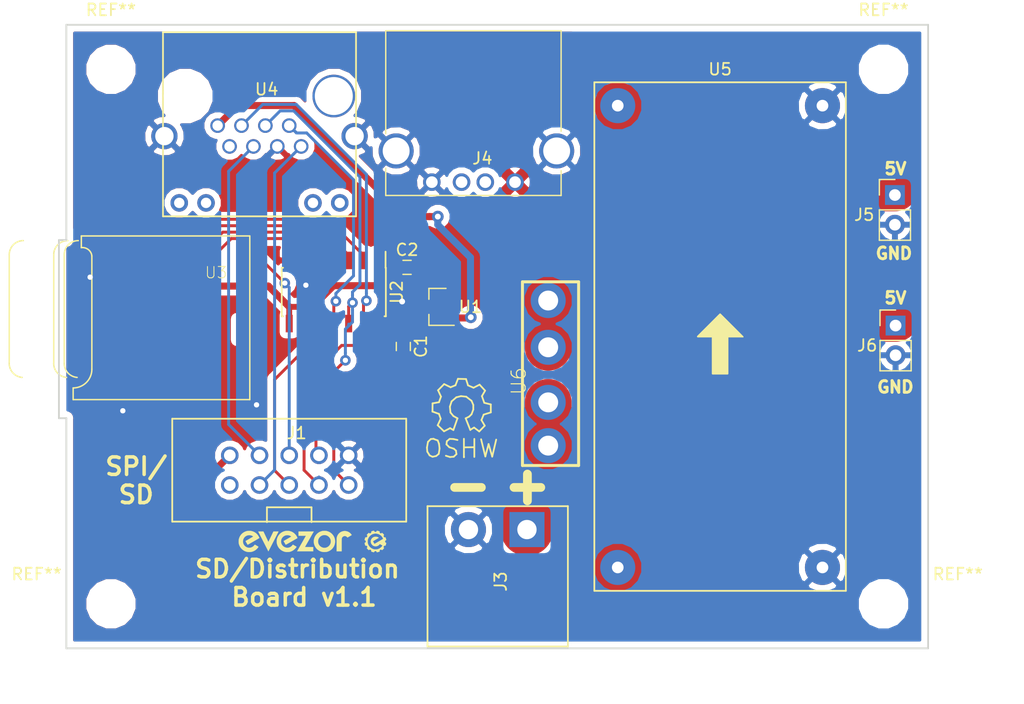
<source format=kicad_pcb>
(kicad_pcb (version 20171130) (host pcbnew "(5.0-dev-4069-g322ce84fb)")

  (general
    (thickness 1.6)
    (drawings 14)
    (tracks 181)
    (zones 0)
    (modules 20)
    (nets 31)
  )

  (page A4)
  (layers
    (0 F.Cu signal)
    (31 B.Cu signal)
    (32 B.Adhes user)
    (33 F.Adhes user)
    (34 B.Paste user)
    (35 F.Paste user)
    (36 B.SilkS user)
    (37 F.SilkS user)
    (38 B.Mask user)
    (39 F.Mask user)
    (40 Dwgs.User user)
    (41 Cmts.User user)
    (42 Eco1.User user)
    (43 Eco2.User user)
    (44 Edge.Cuts user)
    (45 Margin user)
    (46 B.CrtYd user)
    (47 F.CrtYd user)
    (48 B.Fab user)
    (49 F.Fab user)
  )

  (setup
    (last_trace_width 0.25)
    (trace_clearance 0.3)
    (zone_clearance 0.508)
    (zone_45_only no)
    (trace_min 0.2)
    (segment_width 0.2)
    (edge_width 0.15)
    (via_size 0.9)
    (via_drill 0.45)
    (via_min_size 0.4)
    (via_min_drill 0.3)
    (uvia_size 0.3)
    (uvia_drill 0.1)
    (uvias_allowed no)
    (uvia_min_size 0.2)
    (uvia_min_drill 0.1)
    (pcb_text_width 0.3)
    (pcb_text_size 1.5 1.5)
    (mod_edge_width 0.15)
    (mod_text_size 1 1)
    (mod_text_width 0.15)
    (pad_size 1.524 1.524)
    (pad_drill 0.762)
    (pad_to_mask_clearance 0.2)
    (aux_axis_origin 66.04 101.6)
    (visible_elements 7FFFFFFF)
    (pcbplotparams
      (layerselection 0x010fc_ffffffff)
      (usegerberextensions true)
      (usegerberattributes false)
      (usegerberadvancedattributes false)
      (creategerberjobfile false)
      (excludeedgelayer true)
      (linewidth 0.100000)
      (plotframeref false)
      (viasonmask false)
      (mode 1)
      (useauxorigin false)
      (hpglpennumber 1)
      (hpglpenspeed 20)
      (hpglpendiameter 15)
      (psnegative false)
      (psa4output false)
      (plotreference true)
      (plotvalue true)
      (plotinvisibletext false)
      (padsonsilk false)
      (subtractmaskfromsilk false)
      (outputformat 1)
      (mirror false)
      (drillshape 0)
      (scaleselection 1)
      (outputdirectory ./))
  )

  (net 0 "")
  (net 1 GND)
  (net 2 SCK)
  (net 3 MISO)
  (net 4 D53)
  (net 5 D32)
  (net 6 MOSI)
  (net 7 +5V)
  (net 8 D49)
  (net 9 D47)
  (net 10 +3V3)
  (net 11 "Net-(U2-Pad9)")
  (net 12 "Net-(U2-Pad6)")
  (net 13 "Net-(U2-Pad5)")
  (net 14 "Net-(U2-Pad4)")
  (net 15 "Net-(U2-Pad3)")
  (net 16 "Net-(U2-Pad2)")
  (net 17 "Net-(U3-PadCD2)")
  (net 18 "Net-(U3-Pad8)")
  (net 19 "Net-(U3-Pad1)")
  (net 20 "Net-(U4-Pad10)")
  (net 21 "Net-(U4-Pad11)")
  (net 22 "Net-(U4-Pad9)")
  (net 23 "Net-(U4-Pad12)")
  (net 24 RAS_PWR)
  (net 25 "Net-(J4-Pad2)")
  (net 26 "Net-(J4-Pad3)")
  (net 27 /24V)
  (net 28 "Net-(J1-Pad1)")
  (net 29 "Net-(J3-Pad2)")
  (net 30 "Net-(U4-Pad5)")

  (net_class Default "This is the default net class."
    (clearance 0.3)
    (trace_width 0.25)
    (via_dia 0.9)
    (via_drill 0.45)
    (uvia_dia 0.3)
    (uvia_drill 0.1)
  )

  (net_class POWER ""
    (clearance 0.3)
    (trace_width 0.6)
    (via_dia 1)
    (via_drill 0.5)
    (uvia_dia 0.3)
    (uvia_drill 0.1)
    (add_net +3V3)
    (add_net +5V)
    (add_net /24V)
    (add_net D32)
    (add_net D47)
    (add_net D49)
    (add_net D53)
    (add_net GND)
    (add_net MISO)
    (add_net MOSI)
    (add_net "Net-(J1-Pad1)")
    (add_net "Net-(J3-Pad2)")
    (add_net "Net-(J4-Pad2)")
    (add_net "Net-(J4-Pad3)")
    (add_net "Net-(U2-Pad2)")
    (add_net "Net-(U2-Pad3)")
    (add_net "Net-(U2-Pad4)")
    (add_net "Net-(U2-Pad5)")
    (add_net "Net-(U2-Pad6)")
    (add_net "Net-(U2-Pad9)")
    (add_net "Net-(U3-Pad1)")
    (add_net "Net-(U3-Pad8)")
    (add_net "Net-(U3-PadCD2)")
    (add_net "Net-(U4-Pad10)")
    (add_net "Net-(U4-Pad11)")
    (add_net "Net-(U4-Pad12)")
    (add_net "Net-(U4-Pad5)")
    (add_net "Net-(U4-Pad9)")
    (add_net RAS_PWR)
    (add_net SCK)
  )

  (module ASSETS:RJ45_SHIELDED (layer F.Cu) (tedit 5A9CF887) (tstamp 5A9CE57B)
    (at 82.55 54.356 180)
    (path /5D0FE1FC)
    (fp_text reference U4 (at -0.6096 0.5715 180) (layer F.SilkS)
      (effects (font (size 1 1) (thickness 0.15)))
    )
    (fp_text value RJ45_SHIELDED_LEDS (at 0 6.35 180) (layer F.Fab)
      (effects (font (size 1 1) (thickness 0.15)))
    )
    (fp_line (start -8.25 -10.29) (end -8.25 5.46) (layer F.SilkS) (width 0.15))
    (fp_line (start 8.25 5.46) (end -8.25 5.46) (layer F.SilkS) (width 0.15))
    (fp_line (start 8.25 -10.29) (end 8.25 5.46) (layer F.SilkS) (width 0.15))
    (fp_line (start -8.25 -10.29) (end 8.25 -10.29) (layer F.SilkS) (width 0.15))
    (pad 8 thru_hole circle (at -3.56 -4.31 180) (size 1.25 1.25) (drill 0.89) (layers *.Cu *.Mask)
      (net 5 D32))
    (pad 7 thru_hole circle (at -1.52 -4.31 180) (size 1.25 1.25) (drill 0.89) (layers *.Cu *.Mask)
      (net 1 GND))
    (pad 6 thru_hole circle (at 0.52 -4.31 180) (size 1.25 1.25) (drill 0.89) (layers *.Cu *.Mask)
      (net 9 D47))
    (pad 5 thru_hole circle (at 2.56 -4.31 180) (size 1.25 1.25) (drill 0.89) (layers *.Cu *.Mask)
      (net 30 "Net-(U4-Pad5)"))
    (pad 4 thru_hole circle (at -2.54 -2.53 180) (size 1.25 1.25) (drill 0.89) (layers *.Cu *.Mask)
      (net 6 MOSI))
    (pad 1 thru_hole circle (at 3.58 -2.53 180) (size 1.25 1.25) (drill 0.89) (layers *.Cu *.Mask)
      (net 7 +5V))
    (pad 2 thru_hole circle (at 1.54 -2.53 180) (size 1.25 1.25) (drill 0.89) (layers *.Cu *.Mask)
      (net 3 MISO))
    (pad 3 thru_hole circle (at -0.5 -2.53 180) (size 1.25 1.25) (drill 0.89) (layers *.Cu *.Mask)
      (net 2 SCK))
    (pad 12 thru_hole circle (at -6.86 -9.14 180) (size 1.5 1.5) (drill 0.89) (layers *.Cu *.Mask)
      (net 23 "Net-(U4-Pad12)"))
    (pad 13 thru_hole circle (at 8.13 -3.43 180) (size 2.25 2.25) (drill 1.57) (layers *.Cu *.Mask)
      (net 1 GND))
    (pad "" np_thru_hole circle (at 6.35 0 180) (size 3.65 3.65) (drill 3.65) (layers *.Cu B.Mask))
    (pad "" np_thru_hole circle (at -6.35 0 180) (size 3.65 3.65) (drill 3.25) (layers *.Cu *.Mask))
    (pad 13 thru_hole circle (at -8.13 -3.43 180) (size 2.25 2.25) (drill 1.57) (layers *.Cu *.Mask)
      (net 1 GND))
    (pad 9 thru_hole circle (at 6.86 -9.14 180) (size 1.5 1.5) (drill 0.89) (layers *.Cu *.Mask)
      (net 22 "Net-(U4-Pad9)"))
    (pad 11 thru_hole circle (at -4.57 -9.14 180) (size 1.5 1.5) (drill 0.89) (layers *.Cu *.Mask)
      (net 21 "Net-(U4-Pad11)"))
    (pad 10 thru_hole circle (at 4.57 -9.14 180) (size 1.5 1.5) (drill 0.89) (layers *.Cu *.Mask F.Paste)
      (net 20 "Net-(U4-Pad10)"))
  )

  (module ASSETS:10_PIN_IDC (layer F.Cu) (tedit 5A97D57F) (tstamp 5A9072E6)
    (at 85.09 86.36)
    (path /5D0D5AB0)
    (fp_text reference J1 (at 0.635 -3.175) (layer F.SilkS)
      (effects (font (size 1 1) (thickness 0.15)))
    )
    (fp_text value Conn_02x05_Odd_Even (at 0 -5.08) (layer F.Fab)
      (effects (font (size 1 1) (thickness 0.15)))
    )
    (fp_line (start -10 4.4) (end 10 4.4) (layer F.SilkS) (width 0.15))
    (fp_line (start 10 -4.4) (end 10 4.4) (layer F.SilkS) (width 0.15))
    (fp_line (start -10 -4.4) (end 10 -4.4) (layer F.SilkS) (width 0.15))
    (fp_line (start -10 4.4) (end -10 -4.4) (layer F.SilkS) (width 0.15))
    (fp_line (start 1.905 3.175) (end 1.905 4.445) (layer F.SilkS) (width 0.15))
    (fp_line (start -1.905 3.175) (end 1.905 3.175) (layer F.SilkS) (width 0.15))
    (fp_line (start -1.905 4.445) (end -1.905 3.175) (layer F.SilkS) (width 0.15))
    (pad 10 thru_hole circle (at 5.08 -1.27) (size 1.5 1.5) (drill 1) (layers *.Cu *.Mask)
      (net 1 GND))
    (pad 9 thru_hole circle (at 5.08 1.27) (size 1.5 1.5) (drill 1) (layers *.Cu *.Mask)
      (net 2 SCK))
    (pad 8 thru_hole circle (at 2.54 -1.27) (size 1.5 1.5) (drill 1) (layers *.Cu *.Mask)
      (net 3 MISO))
    (pad 7 thru_hole circle (at 2.54 1.27) (size 1.5 1.5) (drill 1) (layers *.Cu *.Mask)
      (net 6 MOSI))
    (pad 6 thru_hole circle (at 0 -1.27) (size 1.5 1.5) (drill 1) (layers *.Cu *.Mask)
      (net 8 D49))
    (pad 5 thru_hole circle (at 0 1.27) (size 1.5 1.5) (drill 1) (layers *.Cu *.Mask)
      (net 4 D53))
    (pad 4 thru_hole circle (at -2.54 -1.27) (size 1.5 1.5) (drill 1) (layers *.Cu *.Mask)
      (net 9 D47))
    (pad 3 thru_hole circle (at -2.54 1.27) (size 1.5 1.5) (drill 1) (layers *.Cu *.Mask)
      (net 5 D32))
    (pad 2 thru_hole circle (at -5.08 -1.27) (size 1.5 1.5) (drill 1) (layers *.Cu *.Mask)
      (net 7 +5V))
    (pad 1 thru_hole circle (at -5.08 1.27) (size 1.5 1.5) (drill 1) (layers *.Cu *.Mask)
      (net 28 "Net-(J1-Pad1)"))
  )

  (module ASSETS:FUSE_BK-6013-ND (layer F.Cu) (tedit 5A934E99) (tstamp 5A935C01)
    (at 107.2261 77.5589 90)
    (path /5BA00AC3)
    (fp_text reference U6 (at -2.4511 -1.8161 90) (layer F.SilkS)
      (effects (font (size 1.2065 1.2065) (thickness 0.09652)) (justify left bottom))
    )
    (fp_text value FUSE_AUTO_SMALL (at 0 0 90) (layer F.SilkS) hide
      (effects (font (size 1.27 1.27) (thickness 0.15)))
    )
    (fp_line (start -8.4 -2.2) (end -8.4 2.6) (layer F.SilkS) (width 0.254))
    (fp_line (start -8.4 2.6) (end 7.31 2.6) (layer F.SilkS) (width 0.254))
    (fp_line (start 7.31 2.6) (end 7.31 -2.2) (layer F.SilkS) (width 0.254))
    (fp_line (start 7.31 -2.2) (end -8.4 -2.2) (layer F.SilkS) (width 0.254))
    (pad 1 thru_hole circle (at -6.7 0 90) (size 3 3) (drill 1.7) (layers *.Cu *.Mask)
      (net 29 "Net-(J3-Pad2)"))
    (pad 2 thru_hole circle (at -3 0 90) (size 3 3) (drill 1.7) (layers *.Cu *.Mask)
      (net 29 "Net-(J3-Pad2)"))
    (pad 3 thru_hole circle (at 1.71 0 90) (size 3 3) (drill 1.7) (layers *.Cu *.Mask)
      (net 27 /24V))
    (pad 4 thru_hole circle (at 5.71 0 90) (size 3 3) (drill 1.7) (layers *.Cu *.Mask)
      (net 27 /24V))
  )

  (module Mounting_Holes:MountingHole_3.2mm_M3 (layer F.Cu) (tedit 56D1B4CB) (tstamp 5A90DEFC)
    (at 135.89 52.07)
    (descr "Mounting Hole 3.2mm, no annular, M3")
    (tags "mounting hole 3.2mm no annular m3")
    (attr virtual)
    (fp_text reference REF** (at 0 -5.08) (layer F.SilkS)
      (effects (font (size 1 1) (thickness 0.15)))
    )
    (fp_text value MountingHole_3.2mm_M3 (at 0 4.2) (layer F.Fab)
      (effects (font (size 1 1) (thickness 0.15)))
    )
    (fp_text user %R (at 0.3 0) (layer F.Fab)
      (effects (font (size 1 1) (thickness 0.15)))
    )
    (fp_circle (center 0 0) (end 3.2 0) (layer Cmts.User) (width 0.15))
    (fp_circle (center 0 0) (end 3.45 0) (layer F.CrtYd) (width 0.05))
    (pad 1 np_thru_hole circle (at 0 0) (size 3.2 3.2) (drill 3.2) (layers *.Cu *.Mask))
  )

  (module Mounting_Holes:MountingHole_3.2mm_M3 (layer F.Cu) (tedit 56D1B4CB) (tstamp 5A90DEEE)
    (at 135.89 97.79)
    (descr "Mounting Hole 3.2mm, no annular, M3")
    (tags "mounting hole 3.2mm no annular m3")
    (attr virtual)
    (fp_text reference REF** (at 6.35 -2.54) (layer F.SilkS)
      (effects (font (size 1 1) (thickness 0.15)))
    )
    (fp_text value MountingHole_3.2mm_M3 (at 2.54 2.54) (layer F.Fab)
      (effects (font (size 1 1) (thickness 0.15)))
    )
    (fp_text user %R (at 0.3 0) (layer F.Fab)
      (effects (font (size 1 1) (thickness 0.15)))
    )
    (fp_circle (center 0 0) (end 3.2 0) (layer Cmts.User) (width 0.15))
    (fp_circle (center 0 0) (end 3.45 0) (layer F.CrtYd) (width 0.05))
    (pad 1 np_thru_hole circle (at 0 0) (size 3.2 3.2) (drill 3.2) (layers *.Cu *.Mask))
  )

  (module Mounting_Holes:MountingHole_3.2mm_M3 (layer F.Cu) (tedit 56D1B4CB) (tstamp 5A90DE76)
    (at 69.85 97.79)
    (descr "Mounting Hole 3.2mm, no annular, M3")
    (tags "mounting hole 3.2mm no annular m3")
    (attr virtual)
    (fp_text reference REF** (at -6.35 -2.54) (layer F.SilkS)
      (effects (font (size 1 1) (thickness 0.15)))
    )
    (fp_text value MountingHole_3.2mm_M3 (at 0 4.2) (layer F.Fab)
      (effects (font (size 1 1) (thickness 0.15)))
    )
    (fp_text user %R (at 0.3 0) (layer F.Fab)
      (effects (font (size 1 1) (thickness 0.15)))
    )
    (fp_circle (center 0 0) (end 3.2 0) (layer Cmts.User) (width 0.15))
    (fp_circle (center 0 0) (end 3.45 0) (layer F.CrtYd) (width 0.05))
    (pad 1 np_thru_hole circle (at 0 0) (size 3.2 3.2) (drill 3.2) (layers *.Cu *.Mask))
  )

  (module TO_SOT_Packages_SMD:SOT-23 (layer F.Cu) (tedit 58CE4E7E) (tstamp 5A907310)
    (at 97.79 72.39 180)
    (descr "SOT-23, Standard")
    (tags SOT-23)
    (path /5D0D915B)
    (attr smd)
    (fp_text reference U1 (at -2.794 0 180) (layer F.SilkS)
      (effects (font (size 1 1) (thickness 0.15)))
    )
    (fp_text value AP7313-33SAG-7DICT-ND (at 0 2.5 180) (layer F.Fab)
      (effects (font (size 1 1) (thickness 0.15)))
    )
    (fp_text user %R (at 0 0 270) (layer F.Fab)
      (effects (font (size 0.5 0.5) (thickness 0.075)))
    )
    (fp_line (start -0.7 -0.95) (end -0.7 1.5) (layer F.Fab) (width 0.1))
    (fp_line (start -0.15 -1.52) (end 0.7 -1.52) (layer F.Fab) (width 0.1))
    (fp_line (start -0.7 -0.95) (end -0.15 -1.52) (layer F.Fab) (width 0.1))
    (fp_line (start 0.7 -1.52) (end 0.7 1.52) (layer F.Fab) (width 0.1))
    (fp_line (start -0.7 1.52) (end 0.7 1.52) (layer F.Fab) (width 0.1))
    (fp_line (start 0.76 1.58) (end 0.76 0.65) (layer F.SilkS) (width 0.12))
    (fp_line (start 0.76 -1.58) (end 0.76 -0.65) (layer F.SilkS) (width 0.12))
    (fp_line (start -1.7 -1.75) (end 1.7 -1.75) (layer F.CrtYd) (width 0.05))
    (fp_line (start 1.7 -1.75) (end 1.7 1.75) (layer F.CrtYd) (width 0.05))
    (fp_line (start 1.7 1.75) (end -1.7 1.75) (layer F.CrtYd) (width 0.05))
    (fp_line (start -1.7 1.75) (end -1.7 -1.75) (layer F.CrtYd) (width 0.05))
    (fp_line (start 0.76 -1.58) (end -1.4 -1.58) (layer F.SilkS) (width 0.12))
    (fp_line (start 0.76 1.58) (end -0.7 1.58) (layer F.SilkS) (width 0.12))
    (pad 1 smd rect (at -1 -0.95 180) (size 0.9 0.8) (layers F.Cu F.Paste F.Mask)
      (net 7 +5V))
    (pad 2 smd rect (at -1 0.95 180) (size 0.9 0.8) (layers F.Cu F.Paste F.Mask)
      (net 10 +3V3))
    (pad 3 smd rect (at 1 0 180) (size 0.9 0.8) (layers F.Cu F.Paste F.Mask)
      (net 1 GND))
    (model ${KISYS3DMOD}/TO_SOT_Packages_SMD.3dshapes/SOT-23.wrl
      (at (xyz 0 0 0))
      (scale (xyz 1 1 1))
      (rotate (xyz 0 0 0))
    )
  )

  (module Housings_SOIC:SOIC-14_3.9x8.7mm_Pitch1.27mm (layer F.Cu) (tedit 58CC8F64) (tstamp 5A907333)
    (at 88.9 71.12 270)
    (descr "14-Lead Plastic Small Outline (SL) - Narrow, 3.90 mm Body [SOIC] (see Microchip Packaging Specification 00000049BS.pdf)")
    (tags "SOIC 1.27")
    (path /5D0D5C03)
    (attr smd)
    (fp_text reference U2 (at 0 -5.375 270) (layer F.SilkS)
      (effects (font (size 1 1) (thickness 0.15)))
    )
    (fp_text value TXB0104D (at 0 5.375 270) (layer F.Fab)
      (effects (font (size 1 1) (thickness 0.15)))
    )
    (fp_text user %R (at 0 0 270) (layer F.Fab)
      (effects (font (size 0.9 0.9) (thickness 0.135)))
    )
    (fp_line (start -0.95 -4.35) (end 1.95 -4.35) (layer F.Fab) (width 0.15))
    (fp_line (start 1.95 -4.35) (end 1.95 4.35) (layer F.Fab) (width 0.15))
    (fp_line (start 1.95 4.35) (end -1.95 4.35) (layer F.Fab) (width 0.15))
    (fp_line (start -1.95 4.35) (end -1.95 -3.35) (layer F.Fab) (width 0.15))
    (fp_line (start -1.95 -3.35) (end -0.95 -4.35) (layer F.Fab) (width 0.15))
    (fp_line (start -3.7 -4.65) (end -3.7 4.65) (layer F.CrtYd) (width 0.05))
    (fp_line (start 3.7 -4.65) (end 3.7 4.65) (layer F.CrtYd) (width 0.05))
    (fp_line (start -3.7 -4.65) (end 3.7 -4.65) (layer F.CrtYd) (width 0.05))
    (fp_line (start -3.7 4.65) (end 3.7 4.65) (layer F.CrtYd) (width 0.05))
    (fp_line (start -2.075 -4.45) (end -2.075 -4.425) (layer F.SilkS) (width 0.15))
    (fp_line (start 2.075 -4.45) (end 2.075 -4.335) (layer F.SilkS) (width 0.15))
    (fp_line (start 2.075 4.45) (end 2.075 4.335) (layer F.SilkS) (width 0.15))
    (fp_line (start -2.075 4.45) (end -2.075 4.335) (layer F.SilkS) (width 0.15))
    (fp_line (start -2.075 -4.45) (end 2.075 -4.45) (layer F.SilkS) (width 0.15))
    (fp_line (start -2.075 4.45) (end 2.075 4.45) (layer F.SilkS) (width 0.15))
    (fp_line (start -2.075 -4.425) (end -3.45 -4.425) (layer F.SilkS) (width 0.15))
    (pad 1 smd rect (at -2.7 -3.81 270) (size 1.5 0.6) (layers F.Cu F.Paste F.Mask)
      (net 10 +3V3))
    (pad 2 smd rect (at -2.7 -2.54 270) (size 1.5 0.6) (layers F.Cu F.Paste F.Mask)
      (net 16 "Net-(U2-Pad2)"))
    (pad 3 smd rect (at -2.7 -1.27 270) (size 1.5 0.6) (layers F.Cu F.Paste F.Mask)
      (net 15 "Net-(U2-Pad3)"))
    (pad 4 smd rect (at -2.7 0 270) (size 1.5 0.6) (layers F.Cu F.Paste F.Mask)
      (net 14 "Net-(U2-Pad4)"))
    (pad 5 smd rect (at -2.7 1.27 270) (size 1.5 0.6) (layers F.Cu F.Paste F.Mask)
      (net 13 "Net-(U2-Pad5)"))
    (pad 6 smd rect (at -2.7 2.54 270) (size 1.5 0.6) (layers F.Cu F.Paste F.Mask)
      (net 12 "Net-(U2-Pad6)"))
    (pad 7 smd rect (at -2.7 3.81 270) (size 1.5 0.6) (layers F.Cu F.Paste F.Mask)
      (net 1 GND))
    (pad 8 smd rect (at 2.7 3.81 270) (size 1.5 0.6) (layers F.Cu F.Paste F.Mask)
      (net 10 +3V3))
    (pad 9 smd rect (at 2.7 2.54 270) (size 1.5 0.6) (layers F.Cu F.Paste F.Mask)
      (net 11 "Net-(U2-Pad9)"))
    (pad 10 smd rect (at 2.7 1.27 270) (size 1.5 0.6) (layers F.Cu F.Paste F.Mask)
      (net 4 D53))
    (pad 11 smd rect (at 2.7 0 270) (size 1.5 0.6) (layers F.Cu F.Paste F.Mask)
      (net 6 MOSI))
    (pad 12 smd rect (at 2.7 -1.27 270) (size 1.5 0.6) (layers F.Cu F.Paste F.Mask)
      (net 2 SCK))
    (pad 13 smd rect (at 2.7 -2.54 270) (size 1.5 0.6) (layers F.Cu F.Paste F.Mask)
      (net 3 MISO))
    (pad 14 smd rect (at 2.7 -3.81 270) (size 1.5 0.6) (layers F.Cu F.Paste F.Mask)
      (net 7 +5V))
    (model ${KISYS3DMOD}/Housings_SOIC.3dshapes/SOIC-14_3.9x8.7mm_Pitch1.27mm.wrl
      (at (xyz 0 0 0))
      (scale (xyz 1 1 1))
      (rotate (xyz 0 0 0))
    )
  )

  (module ASSETS:MICROSD (layer F.Cu) (tedit 0) (tstamp 5A907354)
    (at 81.76 66.32448 270)
    (path /5D0EE148)
    (fp_text reference U3 (at 3.7 3.94) (layer F.SilkS)
      (effects (font (size 0.9652 0.9652) (thickness 0.077216)) (justify left bottom))
    )
    (fp_text value MICRO_SD (at 0 0 270) (layer F.SilkS) hide
      (effects (font (size 1.27 1.27) (thickness 0.15)) (justify right top))
    )
    (fp_arc (start 10.9 19.4) (end 10.8 20.6) (angle -90) (layer F.SilkS) (width 0.127))
    (fp_line (start 1.6 20.6) (end 10.8 20.6) (layer F.SilkS) (width 0.127))
    (fp_arc (start 1.6 19.4) (end 0.4 19.4) (angle -90) (layer F.SilkS) (width 0.127))
    (fp_arc (start 10.9 15.6) (end 10.8 16.8) (angle -90) (layer F.SilkS) (width 0.127))
    (fp_line (start 1.6 16.8) (end 10.8 16.8) (layer F.SilkS) (width 0.127))
    (fp_arc (start 1.6 15.6) (end 0.4 15.6) (angle -90) (layer F.SilkS) (width 0.127))
    (fp_arc (start 10.9 14.7) (end 10.8 15.9) (angle -90) (layer F.SilkS) (width 0.127))
    (fp_line (start 1.6 15.9) (end 10.8 15.9) (layer F.SilkS) (width 0.127))
    (fp_arc (start 1.6 14.7) (end 0.4 14.7) (angle -90) (layer F.SilkS) (width 0.127))
    (fp_arc (start 11.4 15.14) (end 11.4 13.54) (angle 90) (layer F.SilkS) (width 0.127))
    (fp_line (start 1.7 13.54) (end 11.4 13.54) (layer F.SilkS) (width 0.127))
    (fp_arc (start 1.8 14.34) (end 1 14.44) (angle 90) (layer F.SilkS) (width 0.127))
    (fp_line (start 0 14.44) (end 1 14.44) (layer F.SilkS) (width 0.127))
    (fp_line (start 0 0.04) (end 0 14.44) (layer F.SilkS) (width 0.127))
    (fp_line (start 14 0.04) (end 0 0.04) (layer F.SilkS) (width 0.127))
    (fp_line (start 14 15.14) (end 14 0.04) (layer F.SilkS) (width 0.127))
    (fp_line (start 13 15.14) (end 14 15.14) (layer F.SilkS) (width 0.127))
    (pad 1 smd rect (at 9 10.64 270) (size 0.7 1.5) (layers F.Cu F.Paste F.Mask)
      (net 19 "Net-(U3-Pad1)"))
    (pad 2 smd rect (at 7.9 10.24 270) (size 0.7 1.5) (layers F.Cu F.Paste F.Mask)
      (net 13 "Net-(U2-Pad5)"))
    (pad 3 smd rect (at 6.8 10.64 270) (size 0.7 1.5) (layers F.Cu F.Paste F.Mask)
      (net 14 "Net-(U2-Pad4)"))
    (pad 4 smd rect (at 5.7 11.04 270) (size 0.7 1.5) (layers F.Cu F.Paste F.Mask)
      (net 10 +3V3))
    (pad 5 smd rect (at 4.6 10.64 270) (size 0.7 1.5) (layers F.Cu F.Paste F.Mask)
      (net 15 "Net-(U2-Pad3)"))
    (pad 6 smd rect (at 3.5 11.04 270) (size 0.7 1.5) (layers F.Cu F.Paste F.Mask)
      (net 1 GND))
    (pad 7 smd rect (at 2.4 10.64 270) (size 0.7 1.5) (layers F.Cu F.Paste F.Mask)
      (net 16 "Net-(U2-Pad2)"))
    (pad 8 smd rect (at 1.3 10.64 270) (size 0.7 1.5) (layers F.Cu F.Paste F.Mask)
      (net 18 "Net-(U3-Pad8)"))
    (pad CD2 smd rect (at 8 0.44) (size 1.4 1.8) (layers F.Cu F.Paste F.Mask)
      (net 17 "Net-(U3-PadCD2)"))
    (pad CD1 smd rect (at 2 0.44) (size 1.4 1.8) (layers F.Cu F.Paste F.Mask)
      (net 8 D49))
    (pad MT2 smd rect (at 13.6 14.44 270) (size 1.4 1.9) (layers F.Cu F.Paste F.Mask)
      (net 1 GND))
    (pad MT1 smd rect (at 0.4 13.54 270) (size 1.4 1.9) (layers F.Cu F.Paste F.Mask)
      (net 1 GND))
  )

  (module Connect:USB_A (layer F.Cu) (tedit 5543E289) (tstamp 5A909C16)
    (at 104.39 61.722 180)
    (descr "USB A connector")
    (tags "USB USB_A")
    (path /5D124C07)
    (fp_text reference J4 (at 2.79 2.032 180) (layer F.SilkS)
      (effects (font (size 1 1) (thickness 0.15)))
    )
    (fp_text value USB_A (at 3.84 7.44 180) (layer F.Fab)
      (effects (font (size 1 1) (thickness 0.15)))
    )
    (fp_line (start -5.3 13.2) (end -5.3 -1.4) (layer F.CrtYd) (width 0.05))
    (fp_line (start 11.95 -1.4) (end 11.95 13.2) (layer F.CrtYd) (width 0.05))
    (fp_line (start -5.3 13.2) (end 11.95 13.2) (layer F.CrtYd) (width 0.05))
    (fp_line (start -5.3 -1.4) (end 11.95 -1.4) (layer F.CrtYd) (width 0.05))
    (fp_line (start 11.05 -1.14) (end 11.05 1.19) (layer F.SilkS) (width 0.12))
    (fp_line (start -3.94 -1.14) (end -3.94 0.98) (layer F.SilkS) (width 0.12))
    (fp_line (start 11.05 -1.14) (end -3.94 -1.14) (layer F.SilkS) (width 0.12))
    (fp_line (start 11.05 12.95) (end -3.94 12.95) (layer F.SilkS) (width 0.12))
    (fp_line (start 11.05 4.15) (end 11.05 12.95) (layer F.SilkS) (width 0.12))
    (fp_line (start -3.94 4.35) (end -3.94 12.95) (layer F.SilkS) (width 0.12))
    (pad 4 thru_hole circle (at 7.11 0 90) (size 1.5 1.5) (drill 1) (layers *.Cu *.Mask)
      (net 1 GND))
    (pad 3 thru_hole circle (at 4.57 0 90) (size 1.5 1.5) (drill 1) (layers *.Cu *.Mask)
      (net 26 "Net-(J4-Pad3)"))
    (pad 2 thru_hole circle (at 2.54 0 90) (size 1.5 1.5) (drill 1) (layers *.Cu *.Mask)
      (net 25 "Net-(J4-Pad2)"))
    (pad 1 thru_hole circle (at 0 0 90) (size 1.5 1.5) (drill 1) (layers *.Cu *.Mask)
      (net 24 RAS_PWR))
    (pad 5 thru_hole circle (at 10.16 2.67 90) (size 3 3) (drill 2.3) (layers *.Cu *.Mask)
      (net 1 GND))
    (pad 5 thru_hole circle (at -3.56 2.67 90) (size 3 3) (drill 2.3) (layers *.Cu *.Mask)
      (net 1 GND))
    (model ${KISYS3DMOD}/Connectors.3dshapes/USB_A.wrl
      (offset (xyz 3.555999946594238 0 0))
      (scale (xyz 1 1 1))
      (rotate (xyz 0 0 90))
    )
  )

  (module ASSETS:LM2596_DC-DC (layer F.Cu) (tedit 5A8FD67A) (tstamp 5A909C23)
    (at 121.92 74.93)
    (path /5D128C8A)
    (fp_text reference U5 (at 0 -22.86) (layer F.SilkS)
      (effects (font (size 1 1) (thickness 0.15)))
    )
    (fp_text value VARIABLE_REGULATOR (at 0 22.86) (layer F.Fab)
      (effects (font (size 1 1) (thickness 0.15)))
    )
    (fp_poly (pts (xy -0.635 3.175) (xy 0.635 3.175) (xy 0.635 0) (xy 1.905 0)
      (xy 0 -1.905) (xy -1.905 0) (xy -0.635 0)) (layer F.SilkS) (width 0.15))
    (fp_line (start 10.75 -21.75) (end -10.75 -21.75) (layer F.SilkS) (width 0.15))
    (fp_line (start 10.75 -21.75) (end 10.75 21.75) (layer F.SilkS) (width 0.15))
    (fp_line (start -10.75 21.75) (end 10.75 21.75) (layer F.SilkS) (width 0.15))
    (fp_line (start -10.75 -21.75) (end -10.75 21.75) (layer F.SilkS) (width 0.15))
    (pad 4 thru_hole circle (at -8.75 -19.75) (size 3 3) (drill 1) (layers *.Cu *.Mask)
      (net 24 RAS_PWR))
    (pad 3 thru_hole circle (at 8.75 -19.75) (size 3 3) (drill 1) (layers *.Cu *.Mask)
      (net 1 GND))
    (pad 2 thru_hole circle (at 8.75 19.75) (size 3 3) (drill 1) (layers *.Cu *.Mask)
      (net 1 GND))
    (pad 1 thru_hole circle (at -8.75 19.75) (size 3 3) (drill 1) (layers *.Cu *.Mask)
      (net 27 /24V))
  )

  (module ASSETS:CONN_ON_SHORE_2x_15A (layer F.Cu) (tedit 5A98B40E) (tstamp 5A90A921)
    (at 102.91 91.44)
    (path /5D128E9F)
    (fp_text reference J3 (at 0.254 4.445 90) (layer F.SilkS)
      (effects (font (size 1 1) (thickness 0.15)))
    )
    (fp_text value Conn_01x02 (at -1.016 14.072) (layer F.Fab)
      (effects (font (size 1 1) (thickness 0.15)))
    )
    (fp_line (start 6 10) (end -6 10) (layer F.SilkS) (width 0.15))
    (fp_line (start 6 -2) (end 6 10) (layer F.SilkS) (width 0.15))
    (fp_line (start -6 -2) (end 6 -2) (layer F.SilkS) (width 0.15))
    (fp_line (start -6 -2) (end -6 10) (layer F.SilkS) (width 0.15))
    (fp_text user + (at 2.54 -3.81) (layer F.SilkS)
      (effects (font (size 3 3) (thickness 0.75)))
    )
    (fp_text user - (at -2.54 -3.81) (layer F.SilkS)
      (effects (font (size 3 3) (thickness 0.75)))
    )
    (pad 2 thru_hole rect (at 2.5 0) (size 3 3) (drill 1.65) (layers *.Cu *.Mask)
      (net 29 "Net-(J3-Pad2)"))
    (pad 1 thru_hole circle (at -2.5 0) (size 3 3) (drill 1.65) (layers *.Cu *.Mask)
      (net 1 GND))
  )

  (module Mounting_Holes:MountingHole_3.2mm_M3 (layer F.Cu) (tedit 56D1B4CB) (tstamp 5A90DE58)
    (at 69.85 52.07)
    (descr "Mounting Hole 3.2mm, no annular, M3")
    (tags "mounting hole 3.2mm no annular m3")
    (attr virtual)
    (fp_text reference REF** (at 0 -5.08) (layer F.SilkS)
      (effects (font (size 1 1) (thickness 0.15)))
    )
    (fp_text value MountingHole_3.2mm_M3 (at 0 4.2) (layer F.Fab)
      (effects (font (size 1 1) (thickness 0.15)))
    )
    (fp_text user %R (at 0.3 0) (layer F.Fab)
      (effects (font (size 1 1) (thickness 0.15)))
    )
    (fp_circle (center 0 0) (end 3.2 0) (layer Cmts.User) (width 0.15))
    (fp_circle (center 0 0) (end 3.45 0) (layer F.CrtYd) (width 0.05))
    (pad 1 np_thru_hole circle (at 0 0) (size 3.2 3.2) (drill 3.2) (layers *.Cu *.Mask))
  )

  (module ASSETS3:GEAR_18 (layer F.Cu) (tedit 59E592C9) (tstamp 5A912DDF)
    (at 92.456 92.456)
    (fp_text reference G*** (at -0.635 1.524) (layer F.SilkS) hide
      (effects (font (size 0.5 0.5) (thickness 0.125)))
    )
    (fp_text value LOGO (at 1.27 1.524) (layer F.SilkS) hide
      (effects (font (size 0.5 0.5) (thickness 0.125)))
    )
    (fp_poly (pts (xy 0.167139 -0.911018) (xy 0.196281 -0.905883) (xy 0.23443 -0.896853) (xy 0.27461 -0.885626)
      (xy 0.285751 -0.882167) (xy 0.359834 -0.85855) (xy 0.357376 -0.812391) (xy 0.360912 -0.766432)
      (xy 0.37736 -0.731031) (xy 0.407246 -0.7052) (xy 0.417263 -0.699939) (xy 0.458222 -0.68703)
      (xy 0.495709 -0.689877) (xy 0.532181 -0.708892) (xy 0.547775 -0.721785) (xy 0.566384 -0.738722)
      (xy 0.598575 -0.712926) (xy 0.623183 -0.691297) (xy 0.654133 -0.661411) (xy 0.686822 -0.627933)
      (xy 0.716647 -0.595527) (xy 0.731249 -0.578538) (xy 0.741082 -0.564721) (xy 0.739722 -0.554667)
      (xy 0.728484 -0.542217) (xy 0.704876 -0.507799) (xy 0.695524 -0.468939) (xy 0.69995 -0.429542)
      (xy 0.717677 -0.393514) (xy 0.748228 -0.364759) (xy 0.750328 -0.363431) (xy 0.776198 -0.351553)
      (xy 0.805805 -0.34788) (xy 0.82309 -0.348481) (xy 0.866993 -0.351366) (xy 0.890623 -0.277283)
      (xy 0.90215 -0.23785) (xy 0.911934 -0.198417) (xy 0.918293 -0.165951) (xy 0.919265 -0.15875)
      (xy 0.924278 -0.114299) (xy 0.890054 -0.10026) (xy 0.855022 -0.077308) (xy 0.831435 -0.043525)
      (xy 0.821505 -0.002274) (xy 0.82133 0.004234) (xy 0.82906 0.0463) (xy 0.850773 0.081395)
      (xy 0.884257 0.106156) (xy 0.890054 0.108728) (xy 0.924278 0.122767) (xy 0.919265 0.167218)
      (xy 0.914233 0.196314) (xy 0.90528 0.234423) (xy 0.89409 0.27458) (xy 0.890623 0.285751)
      (xy 0.866993 0.359834) (xy 0.82309 0.356948) (xy 0.788928 0.357405) (xy 0.762366 0.365273)
      (xy 0.750328 0.371898) (xy 0.719066 0.400125) (xy 0.700602 0.435846) (xy 0.695411 0.475157)
      (xy 0.703972 0.514151) (xy 0.726761 0.548925) (xy 0.728484 0.550685) (xy 0.7404 0.564239)
      (xy 0.740572 0.574307) (xy 0.731249 0.587006) (xy 0.705353 0.616532) (xy 0.67383 0.649927)
      (xy 0.641284 0.682528) (xy 0.612319 0.70967) (xy 0.598575 0.721394) (xy 0.566384 0.747189)
      (xy 0.547775 0.730253) (xy 0.510996 0.704332) (xy 0.474234 0.69475) (xy 0.435032 0.701097)
      (xy 0.417263 0.708406) (xy 0.383803 0.731915) (xy 0.363919 0.764738) (xy 0.357083 0.807862)
      (xy 0.357376 0.820859) (xy 0.359834 0.867017) (xy 0.285751 0.890635) (xy 0.246297 0.902185)
      (xy 0.206831 0.912034) (xy 0.174329 0.918485) (xy 0.167139 0.919486) (xy 0.12261 0.92472)
      (xy 0.107448 0.890356) (xy 0.084383 0.855951) (xy 0.053104 0.833393) (xy 0.017115 0.822699)
      (xy -0.02008 0.823889) (xy -0.054977 0.836981) (xy -0.08407 0.861993) (xy -0.100261 0.889263)
      (xy -0.109208 0.906707) (xy -0.120443 0.917541) (xy -0.136808 0.922039) (xy -0.161146 0.920476)
      (xy -0.196301 0.913126) (xy -0.237066 0.902463) (xy -0.283167 0.889795) (xy -0.315322 0.880026)
      (xy -0.335901 0.871512) (xy -0.347272 0.86261) (xy -0.351803 0.851676) (xy -0.351863 0.837067)
      (xy -0.350507 0.823729) (xy -0.353131 0.781482) (xy -0.368807 0.746182) (xy -0.394587 0.719229)
      (xy -0.427523 0.702022) (xy -0.464668 0.69596) (xy -0.503076 0.702443) (xy -0.539798 0.722869)
      (xy -0.548003 0.729973) (xy -0.56684 0.747618) (xy -0.643996 0.672259) (xy -0.680784 0.636049)
      (xy -0.706595 0.609316) (xy -0.722677 0.58982) (xy -0.730276 0.575321) (xy -0.730639 0.563578)
      (xy -0.725014 0.55235) (xy -0.716625 0.54174) (xy -0.694633 0.504123) (xy -0.68882 0.464472)
      (xy -0.699005 0.425112) (xy -0.725006 0.388374) (xy -0.728906 0.384514) (xy -0.74534 0.370663)
      (xy -0.761775 0.363245) (xy -0.784408 0.360347) (xy -0.808245 0.359983) (xy -0.861802 0.360131)
      (xy -0.879558 0.304949) (xy -0.889815 0.270938) (xy -0.900301 0.232651) (xy -0.909904 0.194605)
      (xy -0.917508 0.161318) (xy -0.922001 0.137306) (xy -0.922741 0.12979) (xy -0.915544 0.121119)
      (xy -0.898656 0.114562) (xy -0.869344 0.100583) (xy -0.842586 0.07498) (xy -0.822459 0.042993)
      (xy -0.813043 0.009862) (xy -0.8128 0.004234) (xy -0.816684 -0.013759) (xy -0.659809 -0.013759)
      (xy -0.658806 0.048176) (xy -0.654353 0.105836) (xy -0.648194 0.145098) (xy -0.618849 0.243748)
      (xy -0.574722 0.336124) (xy -0.517253 0.420811) (xy -0.44788 0.496394) (xy -0.368044 0.561459)
      (xy -0.279184 0.61459) (xy -0.182738 0.654373) (xy -0.110361 0.673757) (xy -0.066661 0.679636)
      (xy -0.012148 0.682116) (xy 0.04744 0.681377) (xy 0.106364 0.677602) (xy 0.158886 0.670971)
      (xy 0.1905 0.664266) (xy 0.286547 0.629846) (xy 0.378199 0.58061) (xy 0.462564 0.518609)
      (xy 0.536751 0.445895) (xy 0.584552 0.384723) (xy 0.608401 0.350059) (xy 0.49381 0.284484)
      (xy 0.37922 0.218908) (xy 0.366062 0.238571) (xy 0.353569 0.254196) (xy 0.333088 0.276791)
      (xy 0.308894 0.301653) (xy 0.307194 0.303335) (xy 0.246516 0.351744) (xy 0.176581 0.387896)
      (xy 0.100882 0.410637) (xy 0.02291 0.418814) (xy -0.031301 0.415231) (xy -0.105928 0.399873)
      (xy -0.169351 0.375522) (xy -0.22586 0.340021) (xy -0.279745 0.291214) (xy -0.281467 0.289415)
      (xy -0.332628 0.224069) (xy -0.369091 0.151887) (xy -0.390557 0.07495) (xy -0.396722 -0.004659)
      (xy -0.387286 -0.084862) (xy -0.361948 -0.163575) (xy -0.350566 -0.187845) (xy -0.32338 -0.230828)
      (xy -0.286007 -0.275604) (xy -0.243537 -0.316658) (xy -0.203954 -0.346649) (xy -0.135777 -0.380928)
      (xy -0.060773 -0.402049) (xy 0.017346 -0.409731) (xy 0.09487 -0.403695) (xy 0.168086 -0.383659)
      (xy 0.186004 -0.376101) (xy 0.219633 -0.359514) (xy 0.249869 -0.342403) (xy 0.273235 -0.326958)
      (xy 0.286253 -0.315369) (xy 0.287809 -0.311977) (xy 0.280754 -0.306583) (xy 0.260712 -0.293841)
      (xy 0.22941 -0.274784) (xy 0.188574 -0.250445) (xy 0.139932 -0.221855) (xy 0.08521 -0.190048)
      (xy 0.048683 -0.16899) (xy -0.009513 -0.135438) (xy -0.063221 -0.104272) (xy -0.110616 -0.076568)
      (xy -0.149871 -0.053399) (xy -0.179163 -0.035842) (xy -0.196665 -0.02497) (xy -0.200738 -0.022113)
      (xy -0.20285 -0.014827) (xy -0.199063 -0.000538) (xy -0.188548 0.022595) (xy -0.170474 0.056416)
      (xy -0.146173 0.099046) (xy -0.081371 0.210791) (xy -0.033898 0.183712) (xy 0.074265 0.121879)
      (xy 0.175922 0.063493) (xy 0.270236 0.009045) (xy 0.356374 -0.040971) (xy 0.4335 -0.086065)
      (xy 0.500781 -0.125744) (xy 0.557381 -0.159516) (xy 0.602466 -0.186889) (xy 0.6352 -0.207371)
      (xy 0.65475 -0.220471) (xy 0.660384 -0.225502) (xy 0.656794 -0.237) (xy 0.647193 -0.25947)
      (xy 0.633362 -0.288849) (xy 0.627005 -0.301702) (xy 0.573832 -0.389601) (xy 0.508392 -0.467487)
      (xy 0.432492 -0.534461) (xy 0.347938 -0.589623) (xy 0.256536 -0.632073) (xy 0.160092 -0.66091)
      (xy 0.060415 -0.675236) (xy -0.040692 -0.674149) (xy -0.102972 -0.665403) (xy -0.203089 -0.639002)
      (xy -0.294263 -0.599426) (xy -0.378974 -0.545391) (xy -0.447587 -0.487292) (xy -0.515614 -0.41278)
      (xy -0.572498 -0.329443) (xy -0.616492 -0.240406) (xy -0.645847 -0.148797) (xy -0.651165 -0.123328)
      (xy -0.657287 -0.073188) (xy -0.659809 -0.013759) (xy -0.816684 -0.013759) (xy -0.819878 -0.02855)
      (xy -0.838393 -0.061125) (xy -0.864268 -0.08825) (xy -0.893423 -0.104686) (xy -0.898656 -0.106094)
      (xy -0.915861 -0.112867) (xy -0.92266 -0.121322) (xy -0.919869 -0.141739) (xy -0.912573 -0.174971)
      (xy -0.901572 -0.217752) (xy -0.88767 -0.266816) (xy -0.8835 -0.28079) (xy -0.861376 -0.354147)
      (xy -0.818038 -0.349831) (xy -0.788087 -0.348648) (xy -0.766051 -0.353621) (xy -0.745066 -0.365486)
      (xy -0.712265 -0.396107) (xy -0.693639 -0.432418) (xy -0.689712 -0.471386) (xy -0.701007 -0.509979)
      (xy -0.716245 -0.53282) (xy -0.726071 -0.545488) (xy -0.730939 -0.556724) (xy -0.729609 -0.568779)
      (xy -0.720838 -0.5839) (xy -0.703388 -0.604336) (xy -0.676017 -0.632336) (xy -0.643996 -0.663792)
      (xy -0.56684 -0.739151) (xy -0.548003 -0.721506) (xy -0.510646 -0.696685) (xy -0.470395 -0.687256)
      (xy -0.430378 -0.692786) (xy -0.393725 -0.71284) (xy -0.363564 -0.746984) (xy -0.363487 -0.747105)
      (xy -0.352008 -0.771644) (xy -0.349266 -0.798981) (xy -0.350456 -0.814837) (xy -0.352106 -0.834124)
      (xy -0.350597 -0.848194) (xy -0.343512 -0.858778) (xy -0.328434 -0.867609) (xy -0.302946 -0.876419)
      (xy -0.26463 -0.886939) (xy -0.241355 -0.893005) (xy -0.193861 -0.904922) (xy -0.159816 -0.911851)
      (xy -0.136412 -0.913549) (xy -0.120845 -0.909773) (xy -0.110306 -0.900281) (xy -0.101991 -0.884829)
      (xy -0.100261 -0.880795) (xy -0.077992 -0.846629) (xy -0.047233 -0.824397) (xy -0.011487 -0.814081)
      (xy 0.02574 -0.815663) (xy 0.060944 -0.829123) (xy 0.090622 -0.854444) (xy 0.107448 -0.881888)
      (xy 0.12261 -0.916251) (xy 0.167139 -0.911018)) (layer F.SilkS) (width 0.01))
  )

  (module ASSETS3:evezor_18 (layer F.Cu) (tedit 0) (tstamp 5A915F87)
    (at 85.598 92.456)
    (fp_text reference G*** (at -2.54 2.54) (layer F.SilkS) hide
      (effects (font (size 1.524 1.524) (thickness 0.3)))
    )
    (fp_text value LOGO (at 5.08 2.54) (layer F.SilkS) hide
      (effects (font (size 1.524 1.524) (thickness 0.3)))
    )
    (fp_poly (pts (xy 4.291462 -0.890289) (xy 4.378669 -0.877913) (xy 4.463403 -0.854726) (xy 4.544586 -0.821019)
      (xy 4.621141 -0.777083) (xy 4.691989 -0.723208) (xy 4.756054 -0.659685) (xy 4.809133 -0.591425)
      (xy 4.821119 -0.572777) (xy 4.829465 -0.557743) (xy 4.832242 -0.55015) (xy 4.826902 -0.545367)
      (xy 4.811798 -0.535131) (xy 4.788225 -0.520236) (xy 4.757476 -0.501476) (xy 4.720846 -0.479643)
      (xy 4.679628 -0.455532) (xy 4.650959 -0.438996) (xy 4.469784 -0.335066) (xy 4.434771 -0.373757)
      (xy 4.392665 -0.411875) (xy 4.346536 -0.438963) (xy 4.297813 -0.455461) (xy 4.247922 -0.461812)
      (xy 4.198293 -0.458456) (xy 4.150353 -0.445834) (xy 4.10553 -0.424386) (xy 4.065252 -0.394553)
      (xy 4.030948 -0.356777) (xy 4.004046 -0.311497) (xy 3.985973 -0.259156) (xy 3.981145 -0.233719)
      (xy 3.980244 -0.221198) (xy 3.979383 -0.197017) (xy 3.978572 -0.162215) (xy 3.977824 -0.11783)
      (xy 3.977148 -0.064904) (xy 3.976556 -0.004474) (xy 3.97606 0.062419) (xy 3.975668 0.134736)
      (xy 3.975394 0.211438) (xy 3.975248 0.291486) (xy 3.975227 0.325437) (xy 3.9751 0.84455)
      (xy 3.5433 0.84455) (xy 3.543496 0.303212) (xy 3.543601 0.213974) (xy 3.543844 0.129144)
      (xy 3.544215 0.049618) (xy 3.544705 -0.023708) (xy 3.545303 -0.089939) (xy 3.546001 -0.148178)
      (xy 3.546788 -0.197529) (xy 3.547655 -0.237097) (xy 3.548592 -0.265985) (xy 3.549589 -0.283297)
      (xy 3.549852 -0.28575) (xy 3.567979 -0.378242) (xy 3.597622 -0.466092) (xy 3.638359 -0.548452)
      (xy 3.689766 -0.624477) (xy 3.751422 -0.693321) (xy 3.755233 -0.697008) (xy 3.807648 -0.743681)
      (xy 3.859178 -0.781502) (xy 3.913887 -0.813315) (xy 3.939455 -0.825881) (xy 4.025778 -0.859651)
      (xy 4.113938 -0.881449) (xy 4.202859 -0.891565) (xy 4.291462 -0.890289)) (layer F.SilkS) (width 0.01))
    (fp_poly (pts (xy 1.578508 -0.833438) (xy 1.574214 -0.825737) (xy 1.564051 -0.8077) (xy 1.548418 -0.780033)
      (xy 1.527717 -0.743445) (xy 1.50235 -0.698642) (xy 1.472715 -0.646332) (xy 1.439216 -0.587222)
      (xy 1.402251 -0.52202) (xy 1.362223 -0.451432) (xy 1.319532 -0.376167) (xy 1.274579 -0.296932)
      (xy 1.227765 -0.214434) (xy 1.201568 -0.168275) (xy 0.833944 0.479425) (xy 1.54305 0.482705)
      (xy 1.54305 0.84455) (xy 0.164991 0.84455) (xy 0.18381 0.811212) (xy 0.189387 0.80136)
      (xy 0.20081 0.781202) (xy 0.217658 0.751479) (xy 0.239513 0.712932) (xy 0.265953 0.666302)
      (xy 0.296558 0.61233) (xy 0.330909 0.551756) (xy 0.368585 0.485322) (xy 0.409167 0.413768)
      (xy 0.452233 0.337835) (xy 0.497365 0.258264) (xy 0.544141 0.175796) (xy 0.561014 0.14605)
      (xy 0.919397 -0.485775) (xy 0.602573 -0.487422) (xy 0.28575 -0.489068) (xy 0.28575 -0.8509)
      (xy 1.587826 -0.8509) (xy 1.578508 -0.833438)) (layer F.SilkS) (width 0.01))
    (fp_poly (pts (xy -2.501874 -0.405775) (xy -2.289923 0.039351) (xy -2.260248 -0.020012) (xy -2.252364 -0.035993)
      (xy -2.239523 -0.062283) (xy -2.222273 -0.097749) (xy -2.201165 -0.141256) (xy -2.176748 -0.19167)
      (xy -2.14957 -0.247858) (xy -2.120181 -0.308683) (xy -2.08913 -0.373013) (xy -2.056966 -0.439713)
      (xy -2.044714 -0.465138) (xy -1.858854 -0.8509) (xy -1.640627 -0.8509) (xy -1.589417 -0.850813)
      (xy -1.542478 -0.850564) (xy -1.501262 -0.850175) (xy -1.467219 -0.849665) (xy -1.441799 -0.849057)
      (xy -1.426452 -0.848371) (xy -1.4224 -0.847771) (xy -1.425233 -0.841602) (xy -1.433472 -0.824892)
      (xy -1.44673 -0.798401) (xy -1.464617 -0.76289) (xy -1.486746 -0.719117) (xy -1.512729 -0.667843)
      (xy -1.542177 -0.609828) (xy -1.574703 -0.545833) (xy -1.609917 -0.476616) (xy -1.647433 -0.402938)
      (xy -1.686861 -0.32556) (xy -1.727813 -0.24524) (xy -1.769902 -0.16274) (xy -1.812738 -0.078818)
      (xy -1.855935 0.005764) (xy -1.899102 0.090247) (xy -1.941854 0.173872) (xy -1.9838 0.255877)
      (xy -2.024554 0.335503) (xy -2.063726 0.411991) (xy -2.100929 0.484579) (xy -2.135774 0.552508)
      (xy -2.167873 0.615018) (xy -2.196838 0.671349) (xy -2.222281 0.720741) (xy -2.243814 0.762434)
      (xy -2.261048 0.795668) (xy -2.273594 0.819683) (xy -2.281066 0.833719) (xy -2.283088 0.837221)
      (xy -2.290426 0.842593) (xy -2.296207 0.837221) (xy -2.299863 0.830358) (xy -2.308854 0.813015)
      (xy -2.322794 0.785952) (xy -2.341294 0.749927) (xy -2.363969 0.705698) (xy -2.390431 0.654024)
      (xy -2.420293 0.595663) (xy -2.453169 0.531373) (xy -2.488671 0.461914) (xy -2.526413 0.388043)
      (xy -2.566008 0.31052) (xy -2.607068 0.230101) (xy -2.649208 0.147547) (xy -2.69204 0.063615)
      (xy -2.735176 -0.020936) (xy -2.778231 -0.105348) (xy -2.820817 -0.188862) (xy -2.862547 -0.27072)
      (xy -2.903035 -0.350163) (xy -2.941893 -0.426433) (xy -2.978735 -0.498772) (xy -3.013174 -0.566421)
      (xy -3.044822 -0.628621) (xy -3.073293 -0.684614) (xy -3.0982 -0.733643) (xy -3.119157 -0.774947)
      (xy -3.135775 -0.807769) (xy -3.147668 -0.83135) (xy -3.15445 -0.844932) (xy -3.15595 -0.848097)
      (xy -3.149841 -0.84875) (xy -3.132472 -0.84935) (xy -3.105285 -0.849878) (xy -3.06972 -0.850315)
      (xy -3.027219 -0.850643) (xy -2.979222 -0.850843) (xy -2.934888 -0.850901) (xy -2.713826 -0.850901)
      (xy -2.501874 -0.405775)) (layer F.SilkS) (width 0.01))
    (fp_poly (pts (xy 2.550383 -0.905016) (xy 2.600608 -0.902935) (xy 2.645059 -0.899412) (xy 2.680669 -0.894449)
      (xy 2.68605 -0.893372) (xy 2.789838 -0.86499) (xy 2.888035 -0.825646) (xy 2.97997 -0.776028)
      (xy 3.064975 -0.716829) (xy 3.14238 -0.648739) (xy 3.211516 -0.572449) (xy 3.271715 -0.48865)
      (xy 3.322306 -0.398032) (xy 3.36262 -0.301286) (xy 3.391989 -0.199104) (xy 3.40075 -0.155575)
      (xy 3.407702 -0.101604) (xy 3.411378 -0.040042) (xy 3.411777 0.02443) (xy 3.408899 0.087132)
      (xy 3.402745 0.143383) (xy 3.40075 0.155575) (xy 3.376045 0.260105) (xy 3.340147 0.359345)
      (xy 3.293688 0.452637) (xy 3.237299 0.539326) (xy 3.171613 0.618754) (xy 3.097261 0.690265)
      (xy 3.014875 0.753203) (xy 2.925086 0.806912) (xy 2.828526 0.850734) (xy 2.725826 0.884013)
      (xy 2.691922 0.892293) (xy 2.663216 0.897001) (xy 2.624832 0.900774) (xy 2.579761 0.903552)
      (xy 2.530996 0.905278) (xy 2.481527 0.905892) (xy 2.434346 0.905337) (xy 2.392444 0.903554)
      (xy 2.358815 0.900484) (xy 2.348998 0.898999) (xy 2.24382 0.874287) (xy 2.144123 0.838471)
      (xy 2.050539 0.792187) (xy 1.963698 0.736067) (xy 1.884234 0.670747) (xy 1.812777 0.596862)
      (xy 1.74996 0.515045) (xy 1.696415 0.42593) (xy 1.652773 0.330154) (xy 1.619666 0.228349)
      (xy 1.602272 0.149225) (xy 1.596654 0.105409) (xy 1.593328 0.053334) (xy 1.5923 -0.002493)
      (xy 1.9558 -0.002493) (xy 1.96185 0.080211) (xy 1.979523 0.159042) (xy 2.008102 0.233131)
      (xy 2.046869 0.301606) (xy 2.095106 0.363596) (xy 2.152096 0.418232) (xy 2.217122 0.464642)
      (xy 2.289466 0.501955) (xy 2.368411 0.529302) (xy 2.4003 0.536965) (xy 2.432928 0.541439)
      (xy 2.473852 0.543454) (xy 2.518931 0.543131) (xy 2.564028 0.540593) (xy 2.605001 0.535962)
      (xy 2.63525 0.530023) (xy 2.712633 0.503564) (xy 2.784039 0.466691) (xy 2.84865 0.420449)
      (xy 2.905653 0.365884) (xy 2.95423 0.304041) (xy 2.993568 0.235966) (xy 3.02285 0.162704)
      (xy 3.04126 0.085301) (xy 3.047985 0.004802) (xy 3.048 0.000826) (xy 3.041976 -0.08293)
      (xy 3.024006 -0.162472) (xy 2.994242 -0.237452) (xy 2.952834 -0.307524) (xy 2.899935 -0.372338)
      (xy 2.874708 -0.397549) (xy 2.819247 -0.444095) (xy 2.760347 -0.481464) (xy 2.694386 -0.511823)
      (xy 2.667 -0.521874) (xy 2.644099 -0.529617) (xy 2.625352 -0.535159) (xy 2.607843 -0.538867)
      (xy 2.588662 -0.541109) (xy 2.564896 -0.542253) (xy 2.533631 -0.542667) (xy 2.5019 -0.54272)
      (xy 2.462698 -0.542622) (xy 2.433283 -0.542082) (xy 2.410744 -0.540734) (xy 2.392166 -0.538209)
      (xy 2.374637 -0.534139) (xy 2.355245 -0.528157) (xy 2.3368 -0.521874) (xy 2.267244 -0.493592)
      (xy 2.206112 -0.459114) (xy 2.149783 -0.416275) (xy 2.129091 -0.397549) (xy 2.071533 -0.335079)
      (xy 2.025311 -0.2672) (xy 1.990636 -0.194396) (xy 1.96772 -0.117151) (xy 1.956777 -0.035947)
      (xy 1.9558 -0.002493) (xy 1.5923 -0.002493) (xy 1.592294 -0.002767) (xy 1.593552 -0.058661)
      (xy 1.597101 -0.110116) (xy 1.602272 -0.149225) (xy 1.621794 -0.235255) (xy 1.649363 -0.320667)
      (xy 1.683645 -0.402053) (xy 1.72331 -0.476) (xy 1.740253 -0.502538) (xy 1.806176 -0.589406)
      (xy 1.880556 -0.66696) (xy 1.962815 -0.734809) (xy 2.052371 -0.792562) (xy 2.148645 -0.839827)
      (xy 2.251056 -0.876212) (xy 2.319913 -0.893686) (xy 2.353036 -0.898859) (xy 2.395709 -0.902575)
      (xy 2.444868 -0.904839) (xy 2.497448 -0.905651) (xy 2.550383 -0.905016)) (layer F.SilkS) (width 0.01))
    (fp_poly (pts (xy -0.607981 -0.906558) (xy -0.556114 -0.903238) (xy -0.513882 -0.898019) (xy -0.468613 -0.888548)
      (xy -0.417407 -0.874762) (xy -0.364617 -0.858063) (xy -0.314595 -0.839854) (xy -0.271696 -0.821537)
      (xy -0.262369 -0.816992) (xy -0.176364 -0.767017) (xy -0.094396 -0.7063) (xy -0.01835 -0.636611)
      (xy 0.04989 -0.559725) (xy 0.108442 -0.477414) (xy 0.121737 -0.455528) (xy 0.132666 -0.435568)
      (xy 0.145247 -0.410535) (xy 0.158405 -0.382845) (xy 0.171067 -0.354913) (xy 0.18216 -0.329154)
      (xy 0.190608 -0.307983) (xy 0.195339 -0.293815) (xy 0.195712 -0.289135) (xy 0.190034 -0.285781)
      (xy 0.174129 -0.276539) (xy 0.148774 -0.261861) (xy 0.11475 -0.242194) (xy 0.072834 -0.217989)
      (xy 0.023805 -0.189694) (xy -0.031558 -0.15776) (xy -0.092476 -0.122636) (xy -0.158171 -0.08477)
      (xy -0.227863 -0.044613) (xy -0.300774 -0.002614) (xy -0.304324 -0.000569) (xy -0.392732 0.050299)
      (xy -0.470757 0.09508) (xy -0.538979 0.134093) (xy -0.597981 0.167659) (xy -0.648343 0.196098)
      (xy -0.690647 0.219731) (xy -0.725474 0.238879) (xy -0.753406 0.253861) (xy -0.775023 0.264999)
      (xy -0.790907 0.272612) (xy -0.801639 0.277022) (xy -0.807801 0.278549) (xy -0.809717 0.278061)
      (xy -0.814945 0.270372) (xy -0.825165 0.253768) (xy -0.839405 0.229936) (xy -0.856693 0.200566)
      (xy -0.876058 0.167346) (xy -0.896529 0.131967) (xy -0.917134 0.096116) (xy -0.936901 0.061482)
      (xy -0.954859 0.029755) (xy -0.970038 0.002624) (xy -0.981464 -0.018224) (xy -0.988167 -0.031098)
      (xy -0.989504 -0.034511) (xy -0.983779 -0.037886) (xy -0.968008 -0.047041) (xy -0.943154 -0.061422)
      (xy -0.910178 -0.080474) (xy -0.870042 -0.103641) (xy -0.823706 -0.13037) (xy -0.772133 -0.160104)
      (xy -0.716285 -0.192289) (xy -0.658813 -0.225395) (xy -0.599767 -0.25948) (xy -0.544126 -0.291751)
      (xy -0.492844 -0.321646) (xy -0.446877 -0.348598) (xy -0.407181 -0.372045) (xy -0.37471 -0.391422)
      (xy -0.35042 -0.406165) (xy -0.335266 -0.415709) (xy -0.3302 -0.419469) (xy -0.335466 -0.425846)
      (xy -0.349635 -0.436467) (xy -0.370267 -0.449869) (xy -0.394922 -0.464587) (xy -0.42116 -0.479155)
      (xy -0.44654 -0.492111) (xy -0.465703 -0.500796) (xy -0.537526 -0.52419) (xy -0.613651 -0.537127)
      (xy -0.691292 -0.539506) (xy -0.767658 -0.531221) (xy -0.833242 -0.514479) (xy -0.911031 -0.482005)
      (xy -0.981633 -0.439409) (xy -1.044312 -0.387474) (xy -1.09833 -0.326984) (xy -1.142953 -0.258722)
      (xy -1.177443 -0.183473) (xy -1.194347 -0.130175) (xy -1.202647 -0.087026) (xy -1.207354 -0.036766)
      (xy -1.208403 0.015983) (xy -1.205726 0.066599) (xy -1.199257 0.110461) (xy -1.197904 0.116388)
      (xy -1.172707 0.195304) (xy -1.13758 0.267455) (xy -1.093544 0.332311) (xy -1.04162 0.389339)
      (xy -0.982831 0.438008) (xy -0.918198 0.477787) (xy -0.848745 0.508144) (xy -0.775492 0.528549)
      (xy -0.699462 0.538469) (xy -0.621676 0.537374) (xy -0.543157 0.524733) (xy -0.464927 0.500013)
      (xy -0.462171 0.498908) (xy -0.412984 0.475845) (xy -0.367327 0.447179) (xy -0.321518 0.410464)
      (xy -0.301532 0.392229) (xy -0.276831 0.367452) (xy -0.251981 0.339895) (xy -0.229309 0.312388)
      (xy -0.211145 0.287764) (xy -0.199818 0.268854) (xy -0.199497 0.268161) (xy -0.194034 0.270632)
      (xy -0.179294 0.278571) (xy -0.156951 0.291013) (xy -0.128677 0.306993) (xy -0.096144 0.325545)
      (xy -0.061026 0.345704) (xy -0.024996 0.366503) (xy 0.010275 0.386978) (xy 0.043112 0.406162)
      (xy 0.071843 0.423091) (xy 0.094795 0.436799) (xy 0.110296 0.446319) (xy 0.116604 0.450614)
      (xy 0.116788 0.45934) (xy 0.10929 0.475724) (xy 0.095227 0.498265) (xy 0.075713 0.525462)
      (xy 0.051864 0.555812) (xy 0.024797 0.587815) (xy -0.004373 0.619968) (xy -0.0254 0.641716)
      (xy -0.105164 0.713796) (xy -0.18987 0.774422) (xy -0.280356 0.824053) (xy -0.377458 0.863147)
      (xy -0.482014 0.892163) (xy -0.4826 0.892293) (xy -0.508448 0.896432) (xy -0.543995 0.899924)
      (xy -0.586252 0.902685) (xy -0.632233 0.904629) (xy -0.678947 0.905674) (xy -0.723408 0.905733)
      (xy -0.762626 0.904725) (xy -0.793613 0.902563) (xy -0.803142 0.901339) (xy -0.908323 0.878794)
      (xy -1.008462 0.844981) (xy -1.102873 0.800563) (xy -1.19087 0.746202) (xy -1.271767 0.68256)
      (xy -1.344878 0.6103) (xy -1.409518 0.530084) (xy -1.465001 0.442574) (xy -1.51064 0.348433)
      (xy -1.54575 0.248321) (xy -1.565658 0.1651) (xy -1.572127 0.119365) (xy -1.576117 0.06518)
      (xy -1.577629 0.006549) (xy -1.576662 -0.052523) (xy -1.573217 -0.10803) (xy -1.567294 -0.155967)
      (xy -1.565658 -0.1651) (xy -1.539371 -0.26983) (xy -1.502121 -0.368983) (xy -1.454574 -0.461912)
      (xy -1.39739 -0.547968) (xy -1.331234 -0.626503) (xy -1.256767 -0.696868) (xy -1.174652 -0.758415)
      (xy -1.085553 -0.810494) (xy -0.990132 -0.852459) (xy -0.889052 -0.883659) (xy -0.815975 -0.898635)
      (xy -0.772278 -0.903813) (xy -0.720253 -0.906853) (xy -0.66409 -0.907765) (xy -0.607981 -0.906558)) (layer F.SilkS) (width 0.01))
    (fp_poly (pts (xy -3.863186 -0.906951) (xy -3.827941 -0.905149) (xy -3.795767 -0.901727) (xy -3.781019 -0.899559)
      (xy -3.67631 -0.876671) (xy -3.576057 -0.842213) (xy -3.481113 -0.796728) (xy -3.392332 -0.740758)
      (xy -3.310565 -0.674843) (xy -3.236667 -0.599525) (xy -3.17149 -0.515347) (xy -3.168074 -0.510321)
      (xy -3.153025 -0.486331) (xy -3.135768 -0.45615) (xy -3.11769 -0.422515) (xy -3.100178 -0.388165)
      (xy -3.084618 -0.355837) (xy -3.072395 -0.328268) (xy -3.064897 -0.308198) (xy -3.06391 -0.304616)
      (xy -3.063576 -0.301677) (xy -3.064428 -0.298433) (xy -3.067127 -0.29448) (xy -3.072331 -0.289413)
      (xy -3.080703 -0.282827) (xy -3.092902 -0.274318) (xy -3.109589 -0.263479) (xy -3.131425 -0.249907)
      (xy -3.159068 -0.233196) (xy -3.193181 -0.212942) (xy -3.234424 -0.18874) (xy -3.283456 -0.160185)
      (xy -3.340938 -0.126871) (xy -3.407531 -0.088395) (xy -3.483896 -0.044351) (xy -3.559492 -0.000787)
      (xy -3.632656 0.04128) (xy -3.702696 0.081381) (xy -3.768832 0.119078) (xy -3.830283 0.153935)
      (xy -3.886267 0.185513) (xy -3.936003 0.213376) (xy -3.97871 0.237086) (xy -4.013607 0.256205)
      (xy -4.039913 0.270296) (xy -4.056846 0.278921) (xy -4.063626 0.281643) (xy -4.063699 0.281604)
      (xy -4.068698 0.27406) (xy -4.078757 0.257441) (xy -4.092887 0.233475) (xy -4.110105 0.203888)
      (xy -4.129423 0.17041) (xy -4.149857 0.134767) (xy -4.170419 0.098688) (xy -4.190125 0.063901)
      (xy -4.207988 0.032133) (xy -4.223022 0.005112) (xy -4.234243 -0.015434) (xy -4.240663 -0.027777)
      (xy -4.2418 -0.030536) (xy -4.236448 -0.03462) (xy -4.221028 -0.044447) (xy -4.196494 -0.059452)
      (xy -4.163799 -0.079068) (xy -4.123899 -0.102729) (xy -4.077746 -0.129871) (xy -4.026296 -0.159926)
      (xy -3.970501 -0.192329) (xy -3.912177 -0.22602) (xy -3.840273 -0.267535) (xy -3.778828 -0.30322)
      (xy -3.727223 -0.333451) (xy -3.68484 -0.35861) (xy -3.651061 -0.379074) (xy -3.625265 -0.395223)
      (xy -3.606835 -0.407436) (xy -3.595152 -0.416092) (xy -3.589598 -0.421569) (xy -3.589162 -0.423932)
      (xy -3.600931 -0.434153) (xy -3.62124 -0.447924) (xy -3.64708 -0.463516) (xy -3.675442 -0.479201)
      (xy -3.703314 -0.49325) (xy -3.727688 -0.503934) (xy -3.72997 -0.504809) (xy -3.8078 -0.527609)
      (xy -3.886956 -0.53849) (xy -3.966103 -0.537805) (xy -4.043912 -0.525909) (xy -4.119048 -0.503158)
      (xy -4.190179 -0.469906) (xy -4.255973 -0.426508) (xy -4.315097 -0.373318) (xy -4.343006 -0.341608)
      (xy -4.374336 -0.297442) (xy -4.403871 -0.245677) (xy -4.428983 -0.191386) (xy -4.446245 -0.142442)
      (xy -4.454107 -0.105107) (xy -4.459205 -0.059649) (xy -4.461498 -0.00997) (xy -4.460946 0.040027)
      (xy -4.457509 0.086441) (xy -4.451144 0.12537) (xy -4.449126 0.13335) (xy -4.421149 0.211401)
      (xy -4.382414 0.283775) (xy -4.333849 0.34935) (xy -4.276384 0.407006) (xy -4.210949 0.455623)
      (xy -4.15705 0.485551) (xy -4.115524 0.504534) (xy -4.079274 0.518213) (xy -4.044565 0.527402)
      (xy -4.007661 0.532912) (xy -3.964825 0.535555) (xy -3.9243 0.536151) (xy -3.874817 0.535432)
      (xy -3.834152 0.532485) (xy -3.798495 0.526455) (xy -3.764038 0.516484) (xy -3.726973 0.501718)
      (xy -3.686175 0.482613) (xy -3.621537 0.44568) (xy -3.563631 0.400889) (xy -3.510683 0.346653)
      (xy -3.460919 0.281386) (xy -3.46075 0.281141) (xy -3.457762 0.277217) (xy -3.454136 0.274875)
      (xy -3.448608 0.274694) (xy -3.439916 0.277253) (xy -3.426798 0.28313) (xy -3.40799 0.292905)
      (xy -3.38223 0.307155) (xy -3.348255 0.326462) (xy -3.304802 0.351402) (xy -3.294303 0.357438)
      (xy -3.253919 0.380906) (xy -3.217368 0.402618) (xy -3.186043 0.421708) (xy -3.161337 0.437311)
      (xy -3.144641 0.448562) (xy -3.137348 0.454597) (xy -3.137141 0.45508) (xy -3.140727 0.465005)
      (xy -3.150805 0.482547) (xy -3.165826 0.505486) (xy -3.184245 0.531607) (xy -3.204514 0.558693)
      (xy -3.225085 0.584525) (xy -3.238309 0.600075) (xy -3.312074 0.674627) (xy -3.393902 0.740172)
      (xy -3.482496 0.79599) (xy -3.576557 0.841362) (xy -3.674788 0.87557) (xy -3.775833 0.897886)
      (xy -3.819669 0.903005) (xy -3.87108 0.906112) (xy -3.926067 0.907204) (xy -3.98063 0.906276)
      (xy -4.030771 0.903325) (xy -4.07249 0.898347) (xy -4.073525 0.898173) (xy -4.17855 0.874107)
      (xy -4.278918 0.838334) (xy -4.374057 0.791173) (xy -4.463395 0.732944) (xy -4.546359 0.663966)
      (xy -4.609039 0.599821) (xy -4.671049 0.521091) (xy -4.724663 0.433924) (xy -4.76897 0.340146)
      (xy -4.803056 0.241583) (xy -4.817945 0.182192) (xy -4.823115 0.149095) (xy -4.826838 0.106456)
      (xy -4.829116 0.05735) (xy -4.82995 0.004852) (xy -4.829342 -0.047963) (xy -4.827293 -0.09802)
      (xy -4.823805 -0.142244) (xy -4.818879 -0.177559) (xy -4.817759 -0.183109) (xy -4.789093 -0.287172)
      (xy -4.749423 -0.385912) (xy -4.699354 -0.478545) (xy -4.639494 -0.564287) (xy -4.570448 -0.642356)
      (xy -4.492823 -0.711968) (xy -4.407226 -0.77234) (xy -4.327525 -0.816356) (xy -4.262788 -0.845924)
      (xy -4.202955 -0.868522) (xy -4.144438 -0.885019) (xy -4.083647 -0.896282) (xy -4.01699 -0.903176)
      (xy -3.955644 -0.906173) (xy -3.904691 -0.907252) (xy -3.863186 -0.906951)) (layer F.SilkS) (width 0.01))
  )

  (module ASSETS:Symbol_OSHW-Logo_SilkScreen (layer F.Cu) (tedit 0) (tstamp 5A9193F3)
    (at 99.822 81.026)
    (descr "Symbol, OSHW-Logo, Silk Screen,")
    (tags "Symbol, OSHW-Logo, Silk Screen,")
    (fp_text reference REF** (at 0.09906 -4.38912) (layer F.SilkS) hide
      (effects (font (size 1 1) (thickness 0.15)))
    )
    (fp_text value Symbol_OSHW-Logo_SilkScreen (at 0.30988 6.56082) (layer F.Fab)
      (effects (font (size 1 1) (thickness 0.15)))
    )
    (fp_line (start 1.66878 2.68986) (end 2.02946 4.16052) (layer F.SilkS) (width 0.15))
    (fp_line (start 2.02946 4.16052) (end 2.30886 3.0988) (layer F.SilkS) (width 0.15))
    (fp_line (start 2.30886 3.0988) (end 2.61874 4.17068) (layer F.SilkS) (width 0.15))
    (fp_line (start 2.61874 4.17068) (end 2.9591 2.72034) (layer F.SilkS) (width 0.15))
    (fp_line (start 0.24892 3.38074) (end 1.03886 3.37058) (layer F.SilkS) (width 0.15))
    (fp_line (start 1.03886 3.37058) (end 1.04902 3.38074) (layer F.SilkS) (width 0.15))
    (fp_line (start 1.04902 3.38074) (end 1.04902 3.37058) (layer F.SilkS) (width 0.15))
    (fp_line (start 1.08966 2.65938) (end 1.08966 4.20116) (layer F.SilkS) (width 0.15))
    (fp_line (start 0.20066 2.64922) (end 0.20066 4.21894) (layer F.SilkS) (width 0.15))
    (fp_line (start 0.20066 4.21894) (end 0.21082 4.20878) (layer F.SilkS) (width 0.15))
    (fp_line (start -0.35052 2.75082) (end -0.70104 2.66954) (layer F.SilkS) (width 0.15))
    (fp_line (start -0.70104 2.66954) (end -1.02108 2.65938) (layer F.SilkS) (width 0.15))
    (fp_line (start -1.02108 2.65938) (end -1.25984 2.86004) (layer F.SilkS) (width 0.15))
    (fp_line (start -1.25984 2.86004) (end -1.29032 3.12928) (layer F.SilkS) (width 0.15))
    (fp_line (start -1.29032 3.12928) (end -1.04902 3.37058) (layer F.SilkS) (width 0.15))
    (fp_line (start -1.04902 3.37058) (end -0.6604 3.50012) (layer F.SilkS) (width 0.15))
    (fp_line (start -0.6604 3.50012) (end -0.48006 3.66014) (layer F.SilkS) (width 0.15))
    (fp_line (start -0.48006 3.66014) (end -0.43942 3.95986) (layer F.SilkS) (width 0.15))
    (fp_line (start -0.43942 3.95986) (end -0.67056 4.18084) (layer F.SilkS) (width 0.15))
    (fp_line (start -0.67056 4.18084) (end -0.9906 4.20878) (layer F.SilkS) (width 0.15))
    (fp_line (start -0.9906 4.20878) (end -1.34112 4.09956) (layer F.SilkS) (width 0.15))
    (fp_line (start -2.37998 2.64922) (end -2.6289 2.66954) (layer F.SilkS) (width 0.15))
    (fp_line (start -2.6289 2.66954) (end -2.8702 2.91084) (layer F.SilkS) (width 0.15))
    (fp_line (start -2.8702 2.91084) (end -2.9591 3.40106) (layer F.SilkS) (width 0.15))
    (fp_line (start -2.9591 3.40106) (end -2.93116 3.74904) (layer F.SilkS) (width 0.15))
    (fp_line (start -2.93116 3.74904) (end -2.7305 4.06908) (layer F.SilkS) (width 0.15))
    (fp_line (start -2.7305 4.06908) (end -2.47904 4.191) (layer F.SilkS) (width 0.15))
    (fp_line (start -2.47904 4.191) (end -2.16916 4.11988) (layer F.SilkS) (width 0.15))
    (fp_line (start -2.16916 4.11988) (end -1.95072 3.93954) (layer F.SilkS) (width 0.15))
    (fp_line (start -1.95072 3.93954) (end -1.8796 3.4798) (layer F.SilkS) (width 0.15))
    (fp_line (start -1.8796 3.4798) (end -1.9304 3.07086) (layer F.SilkS) (width 0.15))
    (fp_line (start -1.9304 3.07086) (end -2.03962 2.78892) (layer F.SilkS) (width 0.15))
    (fp_line (start -2.03962 2.78892) (end -2.4003 2.65938) (layer F.SilkS) (width 0.15))
    (fp_line (start -1.78054 0.92964) (end -2.03962 1.49098) (layer F.SilkS) (width 0.15))
    (fp_line (start -2.03962 1.49098) (end -1.50114 2.00914) (layer F.SilkS) (width 0.15))
    (fp_line (start -1.50114 2.00914) (end -0.98044 1.7399) (layer F.SilkS) (width 0.15))
    (fp_line (start -0.98044 1.7399) (end -0.70104 1.89992) (layer F.SilkS) (width 0.15))
    (fp_line (start 0.73914 1.8796) (end 1.06934 1.6891) (layer F.SilkS) (width 0.15))
    (fp_line (start 1.06934 1.6891) (end 1.50876 2.0193) (layer F.SilkS) (width 0.15))
    (fp_line (start 1.50876 2.0193) (end 1.9812 1.52908) (layer F.SilkS) (width 0.15))
    (fp_line (start 1.9812 1.52908) (end 1.69926 1.04902) (layer F.SilkS) (width 0.15))
    (fp_line (start 1.69926 1.04902) (end 1.88976 0.57912) (layer F.SilkS) (width 0.15))
    (fp_line (start 1.88976 0.57912) (end 2.49936 0.39116) (layer F.SilkS) (width 0.15))
    (fp_line (start 2.49936 0.39116) (end 2.49936 -0.28956) (layer F.SilkS) (width 0.15))
    (fp_line (start 2.49936 -0.28956) (end 1.94056 -0.42926) (layer F.SilkS) (width 0.15))
    (fp_line (start 1.94056 -0.42926) (end 1.7399 -1.00076) (layer F.SilkS) (width 0.15))
    (fp_line (start 1.7399 -1.00076) (end 2.00914 -1.47066) (layer F.SilkS) (width 0.15))
    (fp_line (start 2.00914 -1.47066) (end 1.53924 -1.9812) (layer F.SilkS) (width 0.15))
    (fp_line (start 1.53924 -1.9812) (end 1.02108 -1.71958) (layer F.SilkS) (width 0.15))
    (fp_line (start 1.02108 -1.71958) (end 0.55118 -1.92024) (layer F.SilkS) (width 0.15))
    (fp_line (start 0.55118 -1.92024) (end 0.381 -2.46126) (layer F.SilkS) (width 0.15))
    (fp_line (start 0.381 -2.46126) (end -0.30988 -2.47904) (layer F.SilkS) (width 0.15))
    (fp_line (start -0.30988 -2.47904) (end -0.5207 -1.9304) (layer F.SilkS) (width 0.15))
    (fp_line (start -0.5207 -1.9304) (end -0.9398 -1.76022) (layer F.SilkS) (width 0.15))
    (fp_line (start -0.9398 -1.76022) (end -1.49098 -2.02946) (layer F.SilkS) (width 0.15))
    (fp_line (start -1.49098 -2.02946) (end -2.00914 -1.50114) (layer F.SilkS) (width 0.15))
    (fp_line (start -2.00914 -1.50114) (end -1.76022 -0.96012) (layer F.SilkS) (width 0.15))
    (fp_line (start -1.76022 -0.96012) (end -1.9304 -0.48006) (layer F.SilkS) (width 0.15))
    (fp_line (start -1.9304 -0.48006) (end -2.47904 -0.381) (layer F.SilkS) (width 0.15))
    (fp_line (start -2.47904 -0.381) (end -2.4892 0.32004) (layer F.SilkS) (width 0.15))
    (fp_line (start -2.4892 0.32004) (end -1.9304 0.5207) (layer F.SilkS) (width 0.15))
    (fp_line (start -1.9304 0.5207) (end -1.7907 0.91948) (layer F.SilkS) (width 0.15))
    (fp_line (start 0.35052 0.89916) (end 0.65024 0.7493) (layer F.SilkS) (width 0.15))
    (fp_line (start 0.65024 0.7493) (end 0.8509 0.55118) (layer F.SilkS) (width 0.15))
    (fp_line (start 0.8509 0.55118) (end 1.00076 0.14986) (layer F.SilkS) (width 0.15))
    (fp_line (start 1.00076 0.14986) (end 1.00076 -0.24892) (layer F.SilkS) (width 0.15))
    (fp_line (start 1.00076 -0.24892) (end 0.8509 -0.59944) (layer F.SilkS) (width 0.15))
    (fp_line (start 0.8509 -0.59944) (end 0.39878 -0.94996) (layer F.SilkS) (width 0.15))
    (fp_line (start 0.39878 -0.94996) (end -0.0508 -1.00076) (layer F.SilkS) (width 0.15))
    (fp_line (start -0.0508 -1.00076) (end -0.44958 -0.89916) (layer F.SilkS) (width 0.15))
    (fp_line (start -0.44958 -0.89916) (end -0.8509 -0.55118) (layer F.SilkS) (width 0.15))
    (fp_line (start -0.8509 -0.55118) (end -1.00076 -0.09906) (layer F.SilkS) (width 0.15))
    (fp_line (start -1.00076 -0.09906) (end -0.94996 0.39878) (layer F.SilkS) (width 0.15))
    (fp_line (start -0.94996 0.39878) (end -0.70104 0.70104) (layer F.SilkS) (width 0.15))
    (fp_line (start -0.70104 0.70104) (end -0.35052 0.89916) (layer F.SilkS) (width 0.15))
    (fp_line (start -0.35052 0.89916) (end -0.70104 1.89992) (layer F.SilkS) (width 0.15))
    (fp_line (start 0.35052 0.89916) (end 0.7493 1.89992) (layer F.SilkS) (width 0.15))
  )

  (module Pin_Headers:Pin_Header_Straight_1x02_Pitch2.54mm (layer F.Cu) (tedit 59650532) (tstamp 5A936A4D)
    (at 136.862919 62.8235)
    (descr "Through hole straight pin header, 1x02, 2.54mm pitch, single row")
    (tags "Through hole pin header THT 1x02 2.54mm single row")
    (path /5BA04546)
    (fp_text reference J5 (at -2.623919 1.6925) (layer F.SilkS)
      (effects (font (size 1 1) (thickness 0.15)))
    )
    (fp_text value Conn_01x02 (at 0 4.87) (layer F.Fab)
      (effects (font (size 1 1) (thickness 0.15)))
    )
    (fp_line (start -0.635 -1.27) (end 1.27 -1.27) (layer F.Fab) (width 0.1))
    (fp_line (start 1.27 -1.27) (end 1.27 3.81) (layer F.Fab) (width 0.1))
    (fp_line (start 1.27 3.81) (end -1.27 3.81) (layer F.Fab) (width 0.1))
    (fp_line (start -1.27 3.81) (end -1.27 -0.635) (layer F.Fab) (width 0.1))
    (fp_line (start -1.27 -0.635) (end -0.635 -1.27) (layer F.Fab) (width 0.1))
    (fp_line (start -1.33 3.87) (end 1.33 3.87) (layer F.SilkS) (width 0.12))
    (fp_line (start -1.33 1.27) (end -1.33 3.87) (layer F.SilkS) (width 0.12))
    (fp_line (start 1.33 1.27) (end 1.33 3.87) (layer F.SilkS) (width 0.12))
    (fp_line (start -1.33 1.27) (end 1.33 1.27) (layer F.SilkS) (width 0.12))
    (fp_line (start -1.33 0) (end -1.33 -1.33) (layer F.SilkS) (width 0.12))
    (fp_line (start -1.33 -1.33) (end 0 -1.33) (layer F.SilkS) (width 0.12))
    (fp_line (start -1.8 -1.8) (end -1.8 4.35) (layer F.CrtYd) (width 0.05))
    (fp_line (start -1.8 4.35) (end 1.8 4.35) (layer F.CrtYd) (width 0.05))
    (fp_line (start 1.8 4.35) (end 1.8 -1.8) (layer F.CrtYd) (width 0.05))
    (fp_line (start 1.8 -1.8) (end -1.8 -1.8) (layer F.CrtYd) (width 0.05))
    (fp_text user %R (at 0 1.27 90) (layer F.Fab)
      (effects (font (size 1 1) (thickness 0.15)))
    )
    (pad 1 thru_hole rect (at 0 0) (size 1.7 1.7) (drill 1) (layers *.Cu *.Mask)
      (net 24 RAS_PWR))
    (pad 2 thru_hole oval (at 0 2.54) (size 1.7 1.7) (drill 1) (layers *.Cu *.Mask)
      (net 1 GND))
    (model ${KISYS3DMOD}/Pin_Headers.3dshapes/Pin_Header_Straight_1x02_Pitch2.54mm.wrl
      (at (xyz 0 0 0))
      (scale (xyz 1 1 1))
      (rotate (xyz 0 0 0))
    )
  )

  (module Pin_Headers:Pin_Header_Straight_1x02_Pitch2.54mm (layer F.Cu) (tedit 59650532) (tstamp 5A936A63)
    (at 136.9187 73.9902)
    (descr "Through hole straight pin header, 1x02, 2.54mm pitch, single row")
    (tags "Through hole pin header THT 1x02 2.54mm single row")
    (path /5BA0A818)
    (fp_text reference J6 (at -2.4257 1.7018) (layer F.SilkS)
      (effects (font (size 1 1) (thickness 0.15)))
    )
    (fp_text value Conn_01x02 (at 0 4.87) (layer F.Fab)
      (effects (font (size 1 1) (thickness 0.15)))
    )
    (fp_line (start -0.635 -1.27) (end 1.27 -1.27) (layer F.Fab) (width 0.1))
    (fp_line (start 1.27 -1.27) (end 1.27 3.81) (layer F.Fab) (width 0.1))
    (fp_line (start 1.27 3.81) (end -1.27 3.81) (layer F.Fab) (width 0.1))
    (fp_line (start -1.27 3.81) (end -1.27 -0.635) (layer F.Fab) (width 0.1))
    (fp_line (start -1.27 -0.635) (end -0.635 -1.27) (layer F.Fab) (width 0.1))
    (fp_line (start -1.33 3.87) (end 1.33 3.87) (layer F.SilkS) (width 0.12))
    (fp_line (start -1.33 1.27) (end -1.33 3.87) (layer F.SilkS) (width 0.12))
    (fp_line (start 1.33 1.27) (end 1.33 3.87) (layer F.SilkS) (width 0.12))
    (fp_line (start -1.33 1.27) (end 1.33 1.27) (layer F.SilkS) (width 0.12))
    (fp_line (start -1.33 0) (end -1.33 -1.33) (layer F.SilkS) (width 0.12))
    (fp_line (start -1.33 -1.33) (end 0 -1.33) (layer F.SilkS) (width 0.12))
    (fp_line (start -1.8 -1.8) (end -1.8 4.35) (layer F.CrtYd) (width 0.05))
    (fp_line (start -1.8 4.35) (end 1.8 4.35) (layer F.CrtYd) (width 0.05))
    (fp_line (start 1.8 4.35) (end 1.8 -1.8) (layer F.CrtYd) (width 0.05))
    (fp_line (start 1.8 -1.8) (end -1.8 -1.8) (layer F.CrtYd) (width 0.05))
    (fp_text user %R (at 0 1.27 90) (layer F.Fab)
      (effects (font (size 1 1) (thickness 0.15)))
    )
    (pad 1 thru_hole rect (at 0 0) (size 1.7 1.7) (drill 1) (layers *.Cu *.Mask)
      (net 24 RAS_PWR))
    (pad 2 thru_hole oval (at 0 2.54) (size 1.7 1.7) (drill 1) (layers *.Cu *.Mask)
      (net 1 GND))
    (model ${KISYS3DMOD}/Pin_Headers.3dshapes/Pin_Header_Straight_1x02_Pitch2.54mm.wrl
      (at (xyz 0 0 0))
      (scale (xyz 1 1 1))
      (rotate (xyz 0 0 0))
    )
  )

  (module Capacitors_SMD:C_0603 (layer F.Cu) (tedit 59958EE7) (tstamp 5A9CEB8C)
    (at 94.8436 75.7802 270)
    (descr "Capacitor SMD 0603, reflow soldering, AVX (see smccp.pdf)")
    (tags "capacitor 0603")
    (path /5BB774C7)
    (attr smd)
    (fp_text reference C1 (at 0 -1.5 90) (layer F.SilkS)
      (effects (font (size 1 1) (thickness 0.15)))
    )
    (fp_text value .1uF (at 0 1.5 270) (layer F.Fab)
      (effects (font (size 1 1) (thickness 0.15)))
    )
    (fp_line (start 1.4 0.65) (end -1.4 0.65) (layer F.CrtYd) (width 0.05))
    (fp_line (start 1.4 0.65) (end 1.4 -0.65) (layer F.CrtYd) (width 0.05))
    (fp_line (start -1.4 -0.65) (end -1.4 0.65) (layer F.CrtYd) (width 0.05))
    (fp_line (start -1.4 -0.65) (end 1.4 -0.65) (layer F.CrtYd) (width 0.05))
    (fp_line (start 0.35 0.6) (end -0.35 0.6) (layer F.SilkS) (width 0.12))
    (fp_line (start -0.35 -0.6) (end 0.35 -0.6) (layer F.SilkS) (width 0.12))
    (fp_line (start -0.8 -0.4) (end 0.8 -0.4) (layer F.Fab) (width 0.1))
    (fp_line (start 0.8 -0.4) (end 0.8 0.4) (layer F.Fab) (width 0.1))
    (fp_line (start 0.8 0.4) (end -0.8 0.4) (layer F.Fab) (width 0.1))
    (fp_line (start -0.8 0.4) (end -0.8 -0.4) (layer F.Fab) (width 0.1))
    (fp_text user %R (at 0 0 270) (layer F.Fab)
      (effects (font (size 0.3 0.3) (thickness 0.075)))
    )
    (pad 2 smd rect (at 0.75 0 270) (size 0.8 0.75) (layers F.Cu F.Paste F.Mask)
      (net 1 GND))
    (pad 1 smd rect (at -0.75 0 270) (size 0.8 0.75) (layers F.Cu F.Paste F.Mask)
      (net 7 +5V))
    (model Capacitors_SMD.3dshapes/C_0603.wrl
      (at (xyz 0 0 0))
      (scale (xyz 1 1 1))
      (rotate (xyz 0 0 0))
    )
  )

  (module Capacitors_SMD:C_0603 (layer F.Cu) (tedit 59958EE7) (tstamp 5A9CEB9D)
    (at 95.1618 69.0118)
    (descr "Capacitor SMD 0603, reflow soldering, AVX (see smccp.pdf)")
    (tags "capacitor 0603")
    (path /5BB7762A)
    (attr smd)
    (fp_text reference C2 (at 0 -1.5) (layer F.SilkS)
      (effects (font (size 1 1) (thickness 0.15)))
    )
    (fp_text value 10uF (at 0 1.5) (layer F.Fab)
      (effects (font (size 1 1) (thickness 0.15)))
    )
    (fp_line (start 1.4 0.65) (end -1.4 0.65) (layer F.CrtYd) (width 0.05))
    (fp_line (start 1.4 0.65) (end 1.4 -0.65) (layer F.CrtYd) (width 0.05))
    (fp_line (start -1.4 -0.65) (end -1.4 0.65) (layer F.CrtYd) (width 0.05))
    (fp_line (start -1.4 -0.65) (end 1.4 -0.65) (layer F.CrtYd) (width 0.05))
    (fp_line (start 0.35 0.6) (end -0.35 0.6) (layer F.SilkS) (width 0.12))
    (fp_line (start -0.35 -0.6) (end 0.35 -0.6) (layer F.SilkS) (width 0.12))
    (fp_line (start -0.8 -0.4) (end 0.8 -0.4) (layer F.Fab) (width 0.1))
    (fp_line (start 0.8 -0.4) (end 0.8 0.4) (layer F.Fab) (width 0.1))
    (fp_line (start 0.8 0.4) (end -0.8 0.4) (layer F.Fab) (width 0.1))
    (fp_line (start -0.8 0.4) (end -0.8 -0.4) (layer F.Fab) (width 0.1))
    (fp_text user %R (at 0 0) (layer F.Fab)
      (effects (font (size 0.3 0.3) (thickness 0.075)))
    )
    (pad 2 smd rect (at 0.75 0) (size 0.8 0.75) (layers F.Cu F.Paste F.Mask)
      (net 1 GND))
    (pad 1 smd rect (at -0.75 0) (size 0.8 0.75) (layers F.Cu F.Paste F.Mask)
      (net 10 +3V3))
    (model Capacitors_SMD.3dshapes/C_0603.wrl
      (at (xyz 0 0 0))
      (scale (xyz 1 1 1))
      (rotate (xyz 0 0 0))
    )
  )

  (gr_text 5V (at 136.906 71.628) (layer F.SilkS) (tstamp 5ABAF3F9)
    (effects (font (size 1 1) (thickness 0.25)))
  )
  (gr_text 5V (at 136.906 60.579) (layer F.SilkS) (tstamp 5ABAF3F5)
    (effects (font (size 1 1) (thickness 0.25)))
  )
  (gr_text GND (at 136.779 67.818) (layer F.SilkS) (tstamp 5ABAF3AA)
    (effects (font (size 1 1) (thickness 0.25)))
  )
  (gr_text GND (at 136.906 79.248) (layer F.SilkS)
    (effects (font (size 1 1) (thickness 0.25)))
  )
  (gr_text "SD/Distribution \nBoard v1.1" (at 86.36 96.012) (layer F.SilkS)
    (effects (font (size 1.5 1.5) (thickness 0.3)))
  )
  (gr_line (start 66.04 81.915) (end 66.04 101.6) (layer Edge.Cuts) (width 0.15))
  (gr_line (start 65.405 81.915) (end 66.04 81.915) (layer Edge.Cuts) (width 0.15))
  (gr_line (start 65.405 66.675) (end 65.405 81.915) (layer Edge.Cuts) (width 0.15))
  (gr_line (start 66.04 66.675) (end 66.04 48.26) (layer Edge.Cuts) (width 0.15))
  (gr_line (start 65.405 66.675) (end 66.04 66.675) (layer Edge.Cuts) (width 0.15))
  (gr_text "SPI/\nSD" (at 72.009 87.249) (layer F.SilkS)
    (effects (font (size 1.5 1.5) (thickness 0.3)))
  )
  (gr_line (start 139.7 48.26) (end 66.04 48.26) (layer Edge.Cuts) (width 0.15))
  (gr_line (start 139.7 101.6) (end 139.7 48.26) (layer Edge.Cuts) (width 0.15))
  (gr_line (start 66.04 101.6) (end 139.7 101.6) (layer Edge.Cuts) (width 0.15))

  (segment (start 85.09 68.87) (end 86.5124 70.2924) (width 0.25) (layer F.Cu) (net 1))
  (segment (start 86.5124 70.2924) (end 86.5124 70.5358) (width 0.25) (layer F.Cu) (net 1))
  (segment (start 85.09 68.42) (end 85.09 68.87) (width 0.25) (layer F.Cu) (net 1))
  (via (at 86.5124 70.5358) (size 0.9) (drill 0.45) (layers F.Cu B.Cu) (net 1))
  (segment (start 95.1992 72.39) (end 94.742 71.9328) (width 0.5) (layer F.Cu) (net 1))
  (segment (start 96.79 72.39) (end 95.1992 72.39) (width 0.5) (layer F.Cu) (net 1))
  (via (at 94.742 71.9328) (size 1) (drill 0.5) (layers F.Cu B.Cu) (net 1))
  (via (at 82.296 80.772) (size 0.9) (drill 0.45) (layers F.Cu B.Cu) (net 1))
  (segment (start 70.866 81.28) (end 71.315999 81.729999) (width 0.25) (layer B.Cu) (net 1))
  (segment (start 71.315999 81.729999) (end 71.686001 81.729999) (width 0.25) (layer B.Cu) (net 1))
  (segment (start 69.51048 79.92448) (end 70.866 81.28) (width 0.25) (layer F.Cu) (net 1))
  (segment (start 66.76888 79.92448) (end 69.51048 79.92448) (width 0.25) (layer F.Cu) (net 1))
  (via (at 70.866 81.28) (size 0.9) (drill 0.45) (layers F.Cu B.Cu) (net 1))
  (segment (start 70.16888 69.82448) (end 68.09752 69.82448) (width 0.25) (layer F.Cu) (net 1))
  (segment (start 68.09752 69.82448) (end 68.072 69.85) (width 0.25) (layer F.Cu) (net 1))
  (segment (start 68.072 69.85) (end 68.326 69.596) (width 0.25) (layer B.Cu) (net 1))
  (segment (start 67.66888 69.44688) (end 68.072 69.85) (width 0.25) (layer F.Cu) (net 1))
  (segment (start 67.66888 66.72448) (end 67.66888 69.44688) (width 0.25) (layer F.Cu) (net 1))
  (via (at 68.072 69.85) (size 0.9) (drill 0.45) (layers F.Cu B.Cu) (net 1))
  (segment (start 89.8906 74.295) (end 89.8906 76.325604) (width 0.25) (layer B.Cu) (net 2))
  (segment (start 89.8906 76.325604) (end 89.8906 76.962) (width 0.25) (layer B.Cu) (net 2))
  (segment (start 90.17 87.63) (end 88.9 86.36) (width 0.25) (layer F.Cu) (net 2))
  (segment (start 88.9 86.36) (end 88.9 77.9526) (width 0.25) (layer F.Cu) (net 2))
  (segment (start 89.440601 77.411999) (end 89.8906 76.962) (width 0.25) (layer F.Cu) (net 2))
  (segment (start 88.9 77.9526) (end 89.440601 77.411999) (width 0.25) (layer F.Cu) (net 2))
  (segment (start 90.17 74.0156) (end 89.8906 74.295) (width 0.25) (layer B.Cu) (net 2))
  (via (at 89.8906 76.962) (size 0.9) (drill 0.45) (layers F.Cu B.Cu) (net 2))
  (segment (start 85.471 55.626) (end 91.135012 61.290012) (width 0.25) (layer B.Cu) (net 2))
  (segment (start 90.499212 73.686388) (end 90.499212 72.669205) (width 0.25) (layer B.Cu) (net 2))
  (segment (start 90.17 74.0156) (end 90.499212 73.686388) (width 0.25) (layer B.Cu) (net 2))
  (segment (start 91.135012 61.290012) (end 91.135012 70.483792) (width 0.25) (layer B.Cu) (net 2))
  (segment (start 84.314 55.626) (end 85.471 55.626) (width 0.25) (layer B.Cu) (net 2))
  (segment (start 83.05 56.89) (end 84.314 55.626) (width 0.25) (layer B.Cu) (net 2))
  (segment (start 91.135012 70.483792) (end 90.499212 71.119592) (width 0.25) (layer B.Cu) (net 2))
  (via (at 90.499212 72.032809) (size 0.9) (drill 0.45) (layers F.Cu B.Cu) (net 2))
  (segment (start 90.17 72.362021) (end 90.499212 72.032809) (width 0.25) (layer F.Cu) (net 2))
  (segment (start 90.499212 71.119592) (end 90.499212 71.396413) (width 0.25) (layer B.Cu) (net 2))
  (segment (start 90.499212 71.396413) (end 90.499212 72.032809) (width 0.25) (layer B.Cu) (net 2))
  (segment (start 90.17 73.82) (end 90.17 72.362021) (width 0.25) (layer F.Cu) (net 2))
  (segment (start 90.499212 72.669205) (end 90.499212 72.032809) (width 0.25) (layer B.Cu) (net 2))
  (segment (start 90.17 74.0156) (end 90.17 73.8632) (width 0.25) (layer B.Cu) (net 2))
  (segment (start 90.17 73.37) (end 90.17 73.82) (width 0.3) (layer F.Cu) (net 2))
  (segment (start 91.687309 71.227725) (end 91.687309 71.864121) (width 0.25) (layer B.Cu) (net 3))
  (segment (start 85.698822 55.075989) (end 91.687309 61.064476) (width 0.25) (layer B.Cu) (net 3))
  (segment (start 91.687309 61.064476) (end 91.687309 71.227725) (width 0.25) (layer B.Cu) (net 3))
  (segment (start 91.44 73.82) (end 91.44 72.11143) (width 0.25) (layer F.Cu) (net 3))
  (segment (start 82.824011 55.075989) (end 85.698822 55.075989) (width 0.25) (layer B.Cu) (net 3))
  (segment (start 91.44 72.11143) (end 91.687309 71.864121) (width 0.25) (layer F.Cu) (net 3))
  (segment (start 81.01 56.89) (end 82.824011 55.075989) (width 0.25) (layer B.Cu) (net 3))
  (via (at 91.687309 71.864121) (size 0.9) (drill 0.45) (layers F.Cu B.Cu) (net 3))
  (segment (start 87.376 84.836) (end 87.376 77.884) (width 0.25) (layer F.Cu) (net 3))
  (segment (start 87.63 85.09) (end 87.376 84.836) (width 0.25) (layer F.Cu) (net 3))
  (segment (start 87.376 77.884) (end 89.568 75.692) (width 0.25) (layer F.Cu) (net 3))
  (segment (start 89.568 75.692) (end 90.932 75.692) (width 0.25) (layer F.Cu) (net 3))
  (segment (start 90.932 75.692) (end 91.44 75.184) (width 0.25) (layer F.Cu) (net 3))
  (segment (start 91.44 75.184) (end 91.44 73.82) (width 0.25) (layer F.Cu) (net 3))
  (segment (start 85.09 87.63) (end 83.839999 86.379999) (width 0.25) (layer F.Cu) (net 4))
  (segment (start 83.839999 86.379999) (end 83.839999 78.610001) (width 0.25) (layer F.Cu) (net 4))
  (segment (start 83.839999 78.610001) (end 87.63 74.82) (width 0.25) (layer F.Cu) (net 4))
  (segment (start 87.63 74.82) (end 87.63 73.82) (width 0.25) (layer F.Cu) (net 4))
  (segment (start 82.55 87.63) (end 83.839999 86.340001) (width 0.25) (layer B.Cu) (net 5))
  (segment (start 83.839999 86.340001) (end 83.839999 60.940001) (width 0.25) (layer B.Cu) (net 5))
  (segment (start 83.839999 60.940001) (end 85.485001 59.294999) (width 0.25) (layer B.Cu) (net 5))
  (segment (start 85.485001 59.294999) (end 86.11 58.67) (width 0.25) (layer B.Cu) (net 5))
  (via (at 89.0778 71.9074) (size 0.9) (drill 0.45) (layers F.Cu B.Cu) (net 6))
  (segment (start 90.585001 69.738403) (end 89.0778 71.245604) (width 0.25) (layer B.Cu) (net 6))
  (segment (start 88.9 73.82) (end 88.9 72.0852) (width 0.25) (layer F.Cu) (net 6))
  (segment (start 86.582167 57.514999) (end 90.585001 61.517833) (width 0.25) (layer B.Cu) (net 6))
  (segment (start 85.09 56.886) (end 85.718999 57.514999) (width 0.25) (layer B.Cu) (net 6))
  (segment (start 89.0778 71.245604) (end 89.0778 71.271004) (width 0.25) (layer B.Cu) (net 6))
  (segment (start 85.718999 57.514999) (end 86.582167 57.514999) (width 0.25) (layer B.Cu) (net 6))
  (segment (start 89.0778 71.271004) (end 89.0778 71.9074) (width 0.25) (layer B.Cu) (net 6))
  (segment (start 90.585001 61.517833) (end 90.585001 69.738403) (width 0.25) (layer B.Cu) (net 6))
  (segment (start 88.9 72.0852) (end 89.0778 71.9074) (width 0.25) (layer F.Cu) (net 6))
  (segment (start 86.36 86.36) (end 86.36 77.36) (width 0.25) (layer F.Cu) (net 6))
  (segment (start 87.63 87.63) (end 86.36 86.36) (width 0.25) (layer F.Cu) (net 6))
  (segment (start 86.36 77.36) (end 88.9 74.82) (width 0.25) (layer F.Cu) (net 6))
  (segment (start 88.9 74.82) (end 88.9 73.82) (width 0.25) (layer F.Cu) (net 6))
  (segment (start 87.63 87.63) (end 87.63 86.940002) (width 0.25) (layer B.Cu) (net 6))
  (segment (start 85.09 56.89) (end 85.714999 57.514999) (width 0.25) (layer B.Cu) (net 6))
  (segment (start 100.584 73.2536) (end 100.584 68.169506) (width 0.6) (layer B.Cu) (net 7))
  (segment (start 100.6094 73.279) (end 100.584 73.2536) (width 0.6) (layer B.Cu) (net 7))
  (segment (start 100.584 68.169506) (end 97.79 65.375506) (width 0.6) (layer B.Cu) (net 7))
  (segment (start 97.79 65.375506) (end 97.79 64.6684) (width 0.6) (layer B.Cu) (net 7))
  (segment (start 78.97 56.89) (end 80.6912 55.1688) (width 0.6) (layer F.Cu) (net 7))
  (segment (start 80.6912 55.1688) (end 85.505798 55.1688) (width 0.6) (layer F.Cu) (net 7))
  (segment (start 85.505798 55.1688) (end 95.005398 64.6684) (width 0.6) (layer F.Cu) (net 7))
  (segment (start 97.082894 64.6684) (end 97.79 64.6684) (width 0.6) (layer F.Cu) (net 7))
  (segment (start 95.005398 64.6684) (end 97.082894 64.6684) (width 0.6) (layer F.Cu) (net 7))
  (via (at 97.79 64.6684) (size 1) (drill 0.5) (layers F.Cu B.Cu) (net 7))
  (segment (start 100.5484 73.34) (end 100.6094 73.279) (width 0.6) (layer F.Cu) (net 7))
  (segment (start 98.79 73.34) (end 100.5484 73.34) (width 0.6) (layer F.Cu) (net 7))
  (via (at 100.6094 73.279) (size 1) (drill 0.5) (layers F.Cu B.Cu) (net 7))
  (segment (start 95.9866 73.82) (end 94.5134 73.82) (width 0.5) (layer F.Cu) (net 7))
  (segment (start 96.486 73.82) (end 95.9866 73.82) (width 0.5) (layer F.Cu) (net 7))
  (segment (start 96.79 76.708) (end 96.79 74.6234) (width 0.6) (layer F.Cu) (net 7))
  (segment (start 96.79 74.6234) (end 95.9866 73.82) (width 0.6) (layer F.Cu) (net 7))
  (segment (start 96.486 73.82) (end 97.26 73.82) (width 0.6) (layer F.Cu) (net 7))
  (segment (start 97.26 73.82) (end 97.74 73.34) (width 0.6) (layer F.Cu) (net 7))
  (segment (start 97.74 73.34) (end 98.79 73.34) (width 0.6) (layer F.Cu) (net 7))
  (segment (start 94.5134 73.82) (end 92.71 73.82) (width 0.5) (layer F.Cu) (net 7))
  (segment (start 94.8436 75.0302) (end 94.8436 74.0302) (width 0.6) (layer F.Cu) (net 7))
  (segment (start 94.8436 74.0302) (end 94.6334 73.82) (width 0.6) (layer F.Cu) (net 7))
  (segment (start 94.6334 73.82) (end 94.5134 73.82) (width 0.6) (layer F.Cu) (net 7))
  (segment (start 96.79 76.708) (end 96.79 76.554) (width 0.5) (layer F.Cu) (net 7))
  (segment (start 97.792202 80.772) (end 97.792202 82.1168) (width 0.6) (layer F.Cu) (net 7))
  (segment (start 96.79 79.8068) (end 96.827002 79.8068) (width 0.6) (layer F.Cu) (net 7))
  (segment (start 96.827002 79.8068) (end 97.792202 80.772) (width 0.6) (layer F.Cu) (net 7))
  (segment (start 77.724 88.9) (end 77.724 87.376) (width 0.6) (layer F.Cu) (net 7))
  (segment (start 77.724 87.376) (end 80.01 85.09) (width 0.6) (layer F.Cu) (net 7))
  (segment (start 79.248 90.424) (end 77.724 88.9) (width 0.6) (layer F.Cu) (net 7))
  (segment (start 91.44 90.424) (end 79.248 90.424) (width 0.6) (layer F.Cu) (net 7))
  (segment (start 93.98 87.884) (end 91.44 90.424) (width 0.6) (layer F.Cu) (net 7))
  (segment (start 93.98 85.929002) (end 93.98 87.884) (width 0.6) (layer F.Cu) (net 7))
  (segment (start 97.792202 82.1168) (end 93.98 85.929002) (width 0.6) (layer F.Cu) (net 7))
  (segment (start 96.79 79.8068) (end 96.79 76.708) (width 0.6) (layer F.Cu) (net 7))
  (segment (start 84.714999 70.358) (end 82.681479 68.32448) (width 0.25) (layer F.Cu) (net 8))
  (segment (start 82.681479 68.32448) (end 81.32 68.32448) (width 0.25) (layer F.Cu) (net 8))
  (segment (start 85.09 70.733001) (end 84.714999 70.358) (width 0.25) (layer B.Cu) (net 8))
  (segment (start 85.09 85.09) (end 85.09 70.733001) (width 0.25) (layer B.Cu) (net 8))
  (via (at 84.714999 70.358) (size 0.9) (drill 0.45) (layers F.Cu B.Cu) (net 8))
  (segment (start 79.9084 82.4484) (end 79.9084 60.7916) (width 0.25) (layer B.Cu) (net 9))
  (segment (start 82.55 85.09) (end 79.9084 82.4484) (width 0.25) (layer B.Cu) (net 9))
  (segment (start 79.9084 60.7916) (end 82.03 58.67) (width 0.25) (layer B.Cu) (net 9))
  (segment (start 92.71 68.42) (end 93.82 68.42) (width 0.6) (layer F.Cu) (net 10))
  (segment (start 93.82 68.42) (end 94.4118 69.0118) (width 0.6) (layer F.Cu) (net 10))
  (segment (start 93.3196 70.577998) (end 91.902002 70.577998) (width 0.6) (layer F.Cu) (net 10))
  (segment (start 97.019398 70.577998) (end 93.3196 70.577998) (width 0.6) (layer F.Cu) (net 10))
  (segment (start 92.71 68.42) (end 92.71 69.968398) (width 0.6) (layer F.Cu) (net 10))
  (segment (start 92.71 69.968398) (end 93.3196 70.577998) (width 0.6) (layer F.Cu) (net 10))
  (segment (start 97.74 71.2986) (end 97.019398 70.577998) (width 0.6) (layer F.Cu) (net 10))
  (segment (start 97.74 71.44) (end 97.74 71.2986) (width 0.6) (layer F.Cu) (net 10))
  (segment (start 87.0712 72.39) (end 88.883202 70.577998) (width 0.6) (layer F.Cu) (net 10))
  (segment (start 85.9282 72.39) (end 87.0712 72.39) (width 0.6) (layer F.Cu) (net 10))
  (segment (start 88.883202 70.577998) (end 91.902002 70.577998) (width 0.6) (layer F.Cu) (net 10))
  (segment (start 85.09 72.39) (end 85.9282 72.39) (width 0.5) (layer F.Cu) (net 10))
  (segment (start 85.09 73.82) (end 85.09 72.39) (width 0.5) (layer F.Cu) (net 10))
  (segment (start 69.088 75.692) (end 69.088 72.009) (width 0.6) (layer F.Cu) (net 10))
  (segment (start 70.104 76.708) (end 69.088 75.692) (width 0.6) (layer F.Cu) (net 10))
  (segment (start 72.644 76.708) (end 70.104 76.708) (width 0.6) (layer F.Cu) (net 10))
  (segment (start 78.74 70.612) (end 72.644 76.708) (width 0.6) (layer F.Cu) (net 10))
  (segment (start 85.09 72.39) (end 83.312 70.612) (width 0.6) (layer F.Cu) (net 10))
  (segment (start 83.312 70.612) (end 78.74 70.612) (width 0.6) (layer F.Cu) (net 10))
  (segment (start 69.088 72.009) (end 69.10348 72.02448) (width 0.6) (layer F.Cu) (net 10))
  (segment (start 69.10348 72.02448) (end 70.16888 72.02448) (width 0.6) (layer F.Cu) (net 10))
  (segment (start 98.79 71.44) (end 97.74 71.44) (width 0.6) (layer F.Cu) (net 10))
  (segment (start 87.63 67.97) (end 86.208 66.548) (width 0.25) (layer F.Cu) (net 13))
  (segment (start 87.63 68.42) (end 87.63 67.97) (width 0.25) (layer F.Cu) (net 13))
  (segment (start 86.208 66.548) (end 80.137 66.548) (width 0.25) (layer F.Cu) (net 13))
  (segment (start 80.137 66.548) (end 72.46052 74.22448) (width 0.25) (layer F.Cu) (net 13))
  (segment (start 72.46052 74.22448) (end 70.96888 74.22448) (width 0.25) (layer F.Cu) (net 13))
  (segment (start 88.9 67.97) (end 86.927989 65.997989) (width 0.25) (layer F.Cu) (net 14))
  (segment (start 88.9 68.42) (end 88.9 67.97) (width 0.25) (layer F.Cu) (net 14))
  (segment (start 86.927989 65.997989) (end 79.417011 65.997989) (width 0.25) (layer F.Cu) (net 14))
  (segment (start 79.417011 65.997989) (end 72.29052 73.12448) (width 0.25) (layer F.Cu) (net 14))
  (segment (start 72.29052 73.12448) (end 71.56888 73.12448) (width 0.25) (layer F.Cu) (net 14))
  (segment (start 71.56888 73.12448) (end 70.56888 73.12448) (width 0.25) (layer F.Cu) (net 14))
  (segment (start 90.17 67.97) (end 87.647978 65.447978) (width 0.25) (layer F.Cu) (net 15))
  (segment (start 87.647978 65.447978) (end 78.589716 65.447978) (width 0.25) (layer F.Cu) (net 15))
  (segment (start 78.589716 65.447978) (end 73.113214 70.92448) (width 0.25) (layer F.Cu) (net 15))
  (segment (start 71.56888 70.92448) (end 70.56888 70.92448) (width 0.25) (layer F.Cu) (net 15))
  (segment (start 73.113214 70.92448) (end 71.56888 70.92448) (width 0.25) (layer F.Cu) (net 15))
  (segment (start 90.17 68.42) (end 90.17 67.97) (width 0.25) (layer F.Cu) (net 15))
  (segment (start 74.535381 68.72448) (end 71.56888 68.72448) (width 0.25) (layer F.Cu) (net 16))
  (segment (start 91.44 68.42) (end 91.44 67.97) (width 0.25) (layer F.Cu) (net 16))
  (segment (start 78.361894 64.897967) (end 74.535381 68.72448) (width 0.25) (layer F.Cu) (net 16))
  (segment (start 71.56888 68.72448) (end 70.56888 68.72448) (width 0.25) (layer F.Cu) (net 16))
  (segment (start 91.44 67.97) (end 88.367967 64.897967) (width 0.25) (layer F.Cu) (net 16))
  (segment (start 88.367967 64.897967) (end 78.361894 64.897967) (width 0.25) (layer F.Cu) (net 16))
  (segment (start 113.17 55.18) (end 131.370199 73.380199) (width 4) (layer F.Cu) (net 24))
  (segment (start 131.370199 73.380199) (end 135.406699 73.380199) (width 4) (layer F.Cu) (net 24))
  (segment (start 135.406699 73.380199) (end 136.9187 73.380199) (width 4) (layer F.Cu) (net 24))
  (segment (start 113.17 55.18) (end 120.203499 62.213499) (width 4) (layer F.Cu) (net 24))
  (segment (start 120.203499 62.213499) (end 135.350918 62.213499) (width 4) (layer F.Cu) (net 24))
  (segment (start 135.350918 62.213499) (end 136.862919 62.213499) (width 4) (layer F.Cu) (net 24))
  (segment (start 107.2261 75.8489) (end 107.2261 71.8489) (width 4) (layer F.Cu) (net 27))
  (segment (start 107.2261 71.8489) (end 113.17 77.7928) (width 4.5) (layer F.Cu) (net 27))
  (segment (start 113.17 77.7928) (end 113.17 94.68) (width 4.5) (layer F.Cu) (net 27))
  (segment (start 107.2261 84.2589) (end 107.2261 80.5589) (width 4) (layer F.Cu) (net 29))
  (segment (start 105.41 91.44) (end 105.41 86.075) (width 4.5) (layer F.Cu) (net 29))
  (segment (start 105.41 86.075) (end 107.2261 84.2589) (width 4.5) (layer F.Cu) (net 29))

  (zone (net 1) (net_name GND) (layer B.Cu) (tstamp 0) (hatch edge 0.508)
    (connect_pads (clearance 0.508))
    (min_thickness 0.254)
    (fill yes (arc_segments 16) (thermal_gap 0.508) (thermal_bridge_width 0.508))
    (polygon
      (pts
        (xy 66.04 101.6) (xy 139.7 101.6) (xy 139.7 48.26) (xy 66.04 48.26)
      )
    )
    (filled_polygon
      (pts
        (xy 138.99 100.89) (xy 66.75 100.89) (xy 66.75 97.345431) (xy 67.615 97.345431) (xy 67.615 98.234569)
        (xy 67.955259 99.056026) (xy 68.583974 99.684741) (xy 69.405431 100.025) (xy 70.294569 100.025) (xy 71.116026 99.684741)
        (xy 71.744741 99.056026) (xy 72.085 98.234569) (xy 72.085 97.345431) (xy 133.655 97.345431) (xy 133.655 98.234569)
        (xy 133.995259 99.056026) (xy 134.623974 99.684741) (xy 135.445431 100.025) (xy 136.334569 100.025) (xy 137.156026 99.684741)
        (xy 137.784741 99.056026) (xy 138.125 98.234569) (xy 138.125 97.345431) (xy 137.784741 96.523974) (xy 137.156026 95.895259)
        (xy 136.334569 95.555) (xy 135.445431 95.555) (xy 134.623974 95.895259) (xy 133.995259 96.523974) (xy 133.655 97.345431)
        (xy 72.085 97.345431) (xy 71.744741 96.523974) (xy 71.116026 95.895259) (xy 70.294569 95.555) (xy 69.405431 95.555)
        (xy 68.583974 95.895259) (xy 67.955259 96.523974) (xy 67.615 97.345431) (xy 66.75 97.345431) (xy 66.75 94.255322)
        (xy 111.035 94.255322) (xy 111.035 95.104678) (xy 111.360034 95.88938) (xy 111.96062 96.489966) (xy 112.745322 96.815)
        (xy 113.594678 96.815) (xy 114.37938 96.489966) (xy 114.675376 96.19397) (xy 129.335635 96.19397) (xy 129.495418 96.512739)
        (xy 130.286187 96.822723) (xy 131.135387 96.806497) (xy 131.844582 96.512739) (xy 132.004365 96.19397) (xy 130.67 94.859605)
        (xy 129.335635 96.19397) (xy 114.675376 96.19397) (xy 114.979966 95.88938) (xy 115.305 95.104678) (xy 115.305 94.296187)
        (xy 128.527277 94.296187) (xy 128.543503 95.145387) (xy 128.837261 95.854582) (xy 129.15603 96.014365) (xy 130.490395 94.68)
        (xy 130.849605 94.68) (xy 132.18397 96.014365) (xy 132.502739 95.854582) (xy 132.812723 95.063813) (xy 132.796497 94.214613)
        (xy 132.502739 93.505418) (xy 132.18397 93.345635) (xy 130.849605 94.68) (xy 130.490395 94.68) (xy 129.15603 93.345635)
        (xy 128.837261 93.505418) (xy 128.527277 94.296187) (xy 115.305 94.296187) (xy 115.305 94.255322) (xy 114.979966 93.47062)
        (xy 114.675376 93.16603) (xy 129.335635 93.16603) (xy 130.67 94.500395) (xy 132.004365 93.16603) (xy 131.844582 92.847261)
        (xy 131.053813 92.537277) (xy 130.204613 92.553503) (xy 129.495418 92.847261) (xy 129.335635 93.16603) (xy 114.675376 93.16603)
        (xy 114.37938 92.870034) (xy 113.594678 92.545) (xy 112.745322 92.545) (xy 111.96062 92.870034) (xy 111.360034 93.47062)
        (xy 111.035 94.255322) (xy 66.75 94.255322) (xy 66.75 92.95397) (xy 99.075635 92.95397) (xy 99.235418 93.272739)
        (xy 100.026187 93.582723) (xy 100.875387 93.566497) (xy 101.584582 93.272739) (xy 101.744365 92.95397) (xy 100.41 91.619605)
        (xy 99.075635 92.95397) (xy 66.75 92.95397) (xy 66.75 91.056187) (xy 98.267277 91.056187) (xy 98.283503 91.905387)
        (xy 98.577261 92.614582) (xy 98.89603 92.774365) (xy 100.230395 91.44) (xy 100.589605 91.44) (xy 101.92397 92.774365)
        (xy 102.242739 92.614582) (xy 102.552723 91.823813) (xy 102.536497 90.974613) (xy 102.242739 90.265418) (xy 101.92397 90.105635)
        (xy 100.589605 91.44) (xy 100.230395 91.44) (xy 98.89603 90.105635) (xy 98.577261 90.265418) (xy 98.267277 91.056187)
        (xy 66.75 91.056187) (xy 66.75 89.92603) (xy 99.075635 89.92603) (xy 100.41 91.260395) (xy 101.730395 89.94)
        (xy 103.26256 89.94) (xy 103.26256 92.94) (xy 103.311843 93.187765) (xy 103.452191 93.397809) (xy 103.662235 93.538157)
        (xy 103.91 93.58744) (xy 106.91 93.58744) (xy 107.157765 93.538157) (xy 107.367809 93.397809) (xy 107.508157 93.187765)
        (xy 107.55744 92.94) (xy 107.55744 89.94) (xy 107.508157 89.692235) (xy 107.367809 89.482191) (xy 107.157765 89.341843)
        (xy 106.91 89.29256) (xy 103.91 89.29256) (xy 103.662235 89.341843) (xy 103.452191 89.482191) (xy 103.311843 89.692235)
        (xy 103.26256 89.94) (xy 101.730395 89.94) (xy 101.744365 89.92603) (xy 101.584582 89.607261) (xy 100.793813 89.297277)
        (xy 99.944613 89.313503) (xy 99.235418 89.607261) (xy 99.075635 89.92603) (xy 66.75 89.92603) (xy 66.75 81.984926)
        (xy 66.763909 81.915) (xy 66.708805 81.637972) (xy 66.551881 81.403119) (xy 66.317028 81.246195) (xy 66.167 81.216352)
        (xy 66.167 67.373648) (xy 66.317028 67.343805) (xy 66.551881 67.186881) (xy 66.708805 66.952028) (xy 66.763909 66.675)
        (xy 66.75 66.605074) (xy 66.75 63.220506) (xy 74.305 63.220506) (xy 74.305 63.771494) (xy 74.515853 64.28054)
        (xy 74.90546 64.670147) (xy 75.414506 64.881) (xy 75.965494 64.881) (xy 76.47454 64.670147) (xy 76.835 64.309687)
        (xy 77.19546 64.670147) (xy 77.704506 64.881) (xy 78.255494 64.881) (xy 78.76454 64.670147) (xy 79.148401 64.286286)
        (xy 79.1484 82.373553) (xy 79.133512 82.4484) (xy 79.1484 82.523247) (xy 79.1484 82.523251) (xy 79.192496 82.744936)
        (xy 79.360471 82.996329) (xy 79.42393 83.038731) (xy 80.090199 83.705) (xy 79.734506 83.705) (xy 79.22546 83.915853)
        (xy 78.835853 84.30546) (xy 78.625 84.814506) (xy 78.625 85.365494) (xy 78.835853 85.87454) (xy 79.22546 86.264147)
        (xy 79.45687 86.36) (xy 79.22546 86.455853) (xy 78.835853 86.84546) (xy 78.625 87.354506) (xy 78.625 87.905494)
        (xy 78.835853 88.41454) (xy 79.22546 88.804147) (xy 79.734506 89.015) (xy 80.285494 89.015) (xy 80.79454 88.804147)
        (xy 81.184147 88.41454) (xy 81.28 88.18313) (xy 81.375853 88.41454) (xy 81.76546 88.804147) (xy 82.274506 89.015)
        (xy 82.825494 89.015) (xy 83.33454 88.804147) (xy 83.724147 88.41454) (xy 83.82 88.18313) (xy 83.915853 88.41454)
        (xy 84.30546 88.804147) (xy 84.814506 89.015) (xy 85.365494 89.015) (xy 85.87454 88.804147) (xy 86.264147 88.41454)
        (xy 86.36 88.18313) (xy 86.455853 88.41454) (xy 86.84546 88.804147) (xy 87.354506 89.015) (xy 87.905494 89.015)
        (xy 88.41454 88.804147) (xy 88.804147 88.41454) (xy 88.9 88.18313) (xy 88.995853 88.41454) (xy 89.38546 88.804147)
        (xy 89.894506 89.015) (xy 90.445494 89.015) (xy 90.95454 88.804147) (xy 91.344147 88.41454) (xy 91.555 87.905494)
        (xy 91.555 87.354506) (xy 91.344147 86.84546) (xy 90.95454 86.455853) (xy 90.73907 86.366603) (xy 90.893923 86.30246)
        (xy 90.961912 86.061517) (xy 90.17 85.269605) (xy 89.378088 86.061517) (xy 89.446077 86.30246) (xy 89.612658 86.361745)
        (xy 89.38546 86.455853) (xy 88.995853 86.84546) (xy 88.9 87.07687) (xy 88.804147 86.84546) (xy 88.41454 86.455853)
        (xy 88.18313 86.36) (xy 88.41454 86.264147) (xy 88.804147 85.87454) (xy 88.893397 85.65907) (xy 88.95754 85.813923)
        (xy 89.198483 85.881912) (xy 89.990395 85.09) (xy 90.349605 85.09) (xy 91.141517 85.881912) (xy 91.38246 85.813923)
        (xy 91.567201 85.294829) (xy 91.53923 84.744552) (xy 91.38246 84.366077) (xy 91.141517 84.298088) (xy 90.349605 85.09)
        (xy 89.990395 85.09) (xy 89.198483 84.298088) (xy 88.95754 84.366077) (xy 88.898255 84.532658) (xy 88.804147 84.30546)
        (xy 88.61717 84.118483) (xy 89.378088 84.118483) (xy 90.17 84.910395) (xy 90.961912 84.118483) (xy 90.893923 83.87754)
        (xy 90.374829 83.692799) (xy 89.824552 83.72077) (xy 89.446077 83.87754) (xy 89.378088 84.118483) (xy 88.61717 84.118483)
        (xy 88.41454 83.915853) (xy 87.905494 83.705) (xy 87.354506 83.705) (xy 86.84546 83.915853) (xy 86.455853 84.30546)
        (xy 86.36 84.53687) (xy 86.264147 84.30546) (xy 85.87454 83.915853) (xy 85.85 83.905688) (xy 85.85 80.134222)
        (xy 105.0911 80.134222) (xy 105.0911 80.983578) (xy 105.416134 81.76828) (xy 106.01672 82.368866) (xy 106.113371 82.4089)
        (xy 106.01672 82.448934) (xy 105.416134 83.04952) (xy 105.0911 83.834222) (xy 105.0911 84.683578) (xy 105.416134 85.46828)
        (xy 106.01672 86.068866) (xy 106.801422 86.3939) (xy 107.650778 86.3939) (xy 108.43548 86.068866) (xy 109.036066 85.46828)
        (xy 109.3611 84.683578) (xy 109.3611 83.834222) (xy 109.036066 83.04952) (xy 108.43548 82.448934) (xy 108.338829 82.4089)
        (xy 108.43548 82.368866) (xy 109.036066 81.76828) (xy 109.3611 80.983578) (xy 109.3611 80.134222) (xy 109.036066 79.34952)
        (xy 108.43548 78.748934) (xy 107.650778 78.4239) (xy 106.801422 78.4239) (xy 106.01672 78.748934) (xy 105.416134 79.34952)
        (xy 105.0911 80.134222) (xy 85.85 80.134222) (xy 85.85 70.807849) (xy 85.864888 70.733001) (xy 85.85 70.658153)
        (xy 85.85 70.658149) (xy 85.805904 70.436464) (xy 85.799999 70.427627) (xy 85.799999 70.14218) (xy 85.634817 69.743397)
        (xy 85.329602 69.438182) (xy 84.930819 69.273) (xy 84.599999 69.273) (xy 84.599999 61.254802) (xy 85.928802 59.926)
        (xy 86.36063 59.926) (xy 86.823733 59.734177) (xy 87.178177 59.379733) (xy 87.234976 59.242609) (xy 89.825001 61.832635)
        (xy 89.825001 62.168786) (xy 89.685494 62.111) (xy 89.134506 62.111) (xy 88.62546 62.321853) (xy 88.265 62.682313)
        (xy 87.90454 62.321853) (xy 87.395494 62.111) (xy 86.844506 62.111) (xy 86.33546 62.321853) (xy 85.945853 62.71146)
        (xy 85.735 63.220506) (xy 85.735 63.771494) (xy 85.945853 64.28054) (xy 86.33546 64.670147) (xy 86.844506 64.881)
        (xy 87.395494 64.881) (xy 87.90454 64.670147) (xy 88.265 64.309687) (xy 88.62546 64.670147) (xy 89.134506 64.881)
        (xy 89.685494 64.881) (xy 89.825001 64.823214) (xy 89.825002 69.4236) (xy 88.59333 70.655273) (xy 88.529871 70.697675)
        (xy 88.361896 70.949068) (xy 88.327179 71.1236) (xy 88.157982 71.292797) (xy 87.9928 71.69158) (xy 87.9928 72.12322)
        (xy 88.157982 72.522003) (xy 88.463197 72.827218) (xy 88.86198 72.9924) (xy 89.29362 72.9924) (xy 89.692403 72.827218)
        (xy 89.725802 72.79382) (xy 89.739213 72.807231) (xy 89.739212 73.237) (xy 89.622071 73.315271) (xy 89.454096 73.566663)
        (xy 89.431739 73.67906) (xy 89.40613 73.704669) (xy 89.342671 73.747071) (xy 89.174696 73.998464) (xy 89.1306 74.220149)
        (xy 89.1306 74.220153) (xy 89.115712 74.295) (xy 89.1306 74.369847) (xy 89.130601 76.187578) (xy 88.970782 76.347397)
        (xy 88.8056 76.74618) (xy 88.8056 77.17782) (xy 88.970782 77.576603) (xy 89.275997 77.881818) (xy 89.67478 78.047)
        (xy 90.10642 78.047) (xy 90.505203 77.881818) (xy 90.810418 77.576603) (xy 90.9756 77.17782) (xy 90.9756 76.74618)
        (xy 90.810418 76.347397) (xy 90.6506 76.187579) (xy 90.6506 74.609801) (xy 90.65447 74.605931) (xy 90.717929 74.563529)
        (xy 90.760331 74.50007) (xy 90.983682 74.276719) (xy 91.047141 74.234317) (xy 91.215116 73.982925) (xy 91.259212 73.76124)
        (xy 91.259212 73.761236) (xy 91.2741 73.686389) (xy 91.259212 73.611542) (xy 91.259212 72.861193) (xy 91.471489 72.949121)
        (xy 91.903129 72.949121) (xy 92.301912 72.783939) (xy 92.607127 72.478724) (xy 92.772309 72.079941) (xy 92.772309 71.648301)
        (xy 92.607127 71.249518) (xy 92.447309 71.0897) (xy 92.447309 64.442634) (xy 96.655 64.442634) (xy 96.655 64.894166)
        (xy 96.827793 65.311326) (xy 96.845856 65.329389) (xy 96.836683 65.375506) (xy 96.855 65.467591) (xy 96.90925 65.740324)
        (xy 97.115903 66.049603) (xy 97.193972 66.101767) (xy 99.649001 68.556796) (xy 99.649 72.634267) (xy 99.647193 72.636074)
        (xy 99.4744 73.053234) (xy 99.4744 73.504766) (xy 99.647193 73.921926) (xy 99.966474 74.241207) (xy 100.383634 74.414)
        (xy 100.835166 74.414) (xy 101.252326 74.241207) (xy 101.571607 73.921926) (xy 101.7444 73.504766) (xy 101.7444 73.053234)
        (xy 101.571607 72.636074) (xy 101.519 72.583467) (xy 101.519 71.424222) (xy 105.0911 71.424222) (xy 105.0911 72.273578)
        (xy 105.416134 73.05828) (xy 106.01672 73.658866) (xy 106.475503 73.8489) (xy 106.01672 74.038934) (xy 105.416134 74.63952)
        (xy 105.0911 75.424222) (xy 105.0911 76.273578) (xy 105.416134 77.05828) (xy 106.01672 77.658866) (xy 106.801422 77.9839)
        (xy 107.650778 77.9839) (xy 108.43548 77.658866) (xy 109.036066 77.05828) (xy 109.106975 76.88709) (xy 135.477224 76.88709)
        (xy 135.647055 77.297124) (xy 136.037342 77.725383) (xy 136.561808 77.971686) (xy 136.7917 77.851019) (xy 136.7917 76.6572)
        (xy 137.0457 76.6572) (xy 137.0457 77.851019) (xy 137.275592 77.971686) (xy 137.800058 77.725383) (xy 138.190345 77.297124)
        (xy 138.360176 76.88709) (xy 138.238855 76.6572) (xy 137.0457 76.6572) (xy 136.7917 76.6572) (xy 135.598545 76.6572)
        (xy 135.477224 76.88709) (xy 109.106975 76.88709) (xy 109.3611 76.273578) (xy 109.3611 75.424222) (xy 109.036066 74.63952)
        (xy 108.43548 74.038934) (xy 107.976697 73.8489) (xy 108.43548 73.658866) (xy 108.954146 73.1402) (xy 135.42126 73.1402)
        (xy 135.42126 74.8402) (xy 135.470543 75.087965) (xy 135.610891 75.298009) (xy 135.820935 75.438357) (xy 135.924408 75.458939)
        (xy 135.647055 75.763276) (xy 135.477224 76.17331) (xy 135.598545 76.4032) (xy 136.7917 76.4032) (xy 136.7917 76.3832)
        (xy 137.0457 76.3832) (xy 137.0457 76.4032) (xy 138.238855 76.4032) (xy 138.360176 76.17331) (xy 138.190345 75.763276)
        (xy 137.912992 75.458939) (xy 138.016465 75.438357) (xy 138.226509 75.298009) (xy 138.366857 75.087965) (xy 138.41614 74.8402)
        (xy 138.41614 73.1402) (xy 138.366857 72.892435) (xy 138.226509 72.682391) (xy 138.016465 72.542043) (xy 137.7687 72.49276)
        (xy 136.0687 72.49276) (xy 135.820935 72.542043) (xy 135.610891 72.682391) (xy 135.470543 72.892435) (xy 135.42126 73.1402)
        (xy 108.954146 73.1402) (xy 109.036066 73.05828) (xy 109.3611 72.273578) (xy 109.3611 71.424222) (xy 109.036066 70.63952)
        (xy 108.43548 70.038934) (xy 107.650778 69.7139) (xy 106.801422 69.7139) (xy 106.01672 70.038934) (xy 105.416134 70.63952)
        (xy 105.0911 71.424222) (xy 101.519 71.424222) (xy 101.519 68.261592) (xy 101.537317 68.169506) (xy 101.46475 67.804687)
        (xy 101.258097 67.495409) (xy 101.180028 67.443245) (xy 99.457173 65.72039) (xy 135.421443 65.72039) (xy 135.591274 66.130424)
        (xy 135.981561 66.558683) (xy 136.506027 66.804986) (xy 136.735919 66.684319) (xy 136.735919 65.4905) (xy 136.989919 65.4905)
        (xy 136.989919 66.684319) (xy 137.219811 66.804986) (xy 137.744277 66.558683) (xy 138.134564 66.130424) (xy 138.304395 65.72039)
        (xy 138.183074 65.4905) (xy 136.989919 65.4905) (xy 136.735919 65.4905) (xy 135.542764 65.4905) (xy 135.421443 65.72039)
        (xy 99.457173 65.72039) (xy 98.838875 65.102092) (xy 98.925 64.894166) (xy 98.925 64.442634) (xy 98.752207 64.025474)
        (xy 98.432926 63.706193) (xy 98.015766 63.5334) (xy 97.564234 63.5334) (xy 97.147074 63.706193) (xy 96.827793 64.025474)
        (xy 96.655 64.442634) (xy 92.447309 64.442634) (xy 92.447309 62.693517) (xy 96.488088 62.693517) (xy 96.556077 62.93446)
        (xy 97.075171 63.119201) (xy 97.625448 63.09123) (xy 98.003923 62.93446) (xy 98.071912 62.693517) (xy 97.28 61.901605)
        (xy 96.488088 62.693517) (xy 92.447309 62.693517) (xy 92.447309 61.517171) (xy 95.882799 61.517171) (xy 95.91077 62.067448)
        (xy 96.06754 62.445923) (xy 96.308483 62.513912) (xy 97.100395 61.722) (xy 97.459605 61.722) (xy 98.251517 62.513912)
        (xy 98.49246 62.445923) (xy 98.551745 62.279342) (xy 98.645853 62.50654) (xy 99.03546 62.896147) (xy 99.544506 63.107)
        (xy 100.095494 63.107) (xy 100.60454 62.896147) (xy 100.835 62.665687) (xy 101.06546 62.896147) (xy 101.574506 63.107)
        (xy 102.125494 63.107) (xy 102.63454 62.896147) (xy 103.024147 62.50654) (xy 103.12 62.27513) (xy 103.215853 62.50654)
        (xy 103.60546 62.896147) (xy 104.114506 63.107) (xy 104.665494 63.107) (xy 105.17454 62.896147) (xy 105.564147 62.50654)
        (xy 105.775 61.997494) (xy 105.775 61.9735) (xy 135.365479 61.9735) (xy 135.365479 63.6735) (xy 135.414762 63.921265)
        (xy 135.55511 64.131309) (xy 135.765154 64.271657) (xy 135.868627 64.292239) (xy 135.591274 64.596576) (xy 135.421443 65.00661)
        (xy 135.542764 65.2365) (xy 136.735919 65.2365) (xy 136.735919 65.2165) (xy 136.989919 65.2165) (xy 136.989919 65.2365)
        (xy 138.183074 65.2365) (xy 138.304395 65.00661) (xy 138.134564 64.596576) (xy 137.857211 64.292239) (xy 137.960684 64.271657)
        (xy 138.170728 64.131309) (xy 138.311076 63.921265) (xy 138.360359 63.6735) (xy 138.360359 61.9735) (xy 138.311076 61.725735)
        (xy 138.170728 61.515691) (xy 137.960684 61.375343) (xy 137.712919 61.32606) (xy 136.012919 61.32606) (xy 135.765154 61.375343)
        (xy 135.55511 61.515691) (xy 135.414762 61.725735) (xy 135.365479 61.9735) (xy 105.775 61.9735) (xy 105.775 61.446506)
        (xy 105.564147 60.93746) (xy 105.192657 60.56597) (xy 106.615635 60.56597) (xy 106.775418 60.884739) (xy 107.566187 61.194723)
        (xy 108.415387 61.178497) (xy 109.124582 60.884739) (xy 109.284365 60.56597) (xy 107.95 59.231605) (xy 106.615635 60.56597)
        (xy 105.192657 60.56597) (xy 105.17454 60.547853) (xy 104.665494 60.337) (xy 104.114506 60.337) (xy 103.60546 60.547853)
        (xy 103.215853 60.93746) (xy 103.12 61.16887) (xy 103.024147 60.93746) (xy 102.63454 60.547853) (xy 102.125494 60.337)
        (xy 101.574506 60.337) (xy 101.06546 60.547853) (xy 100.835 60.778313) (xy 100.60454 60.547853) (xy 100.095494 60.337)
        (xy 99.544506 60.337) (xy 99.03546 60.547853) (xy 98.645853 60.93746) (xy 98.556603 61.15293) (xy 98.49246 60.998077)
        (xy 98.251517 60.930088) (xy 97.459605 61.722) (xy 97.100395 61.722) (xy 96.308483 60.930088) (xy 96.06754 60.998077)
        (xy 95.882799 61.517171) (xy 92.447309 61.517171) (xy 92.447309 61.139324) (xy 92.462197 61.064476) (xy 92.447309 60.989628)
        (xy 92.447309 60.989624) (xy 92.403213 60.767939) (xy 92.268262 60.56597) (xy 92.895635 60.56597) (xy 93.055418 60.884739)
        (xy 93.846187 61.194723) (xy 94.695387 61.178497) (xy 95.404582 60.884739) (xy 95.471877 60.750483) (xy 96.488088 60.750483)
        (xy 97.28 61.542395) (xy 98.071912 60.750483) (xy 98.003923 60.50954) (xy 97.484829 60.324799) (xy 96.934552 60.35277)
        (xy 96.556077 60.50954) (xy 96.488088 60.750483) (xy 95.471877 60.750483) (xy 95.564365 60.56597) (xy 94.23 59.231605)
        (xy 92.895635 60.56597) (xy 92.268262 60.56597) (xy 92.235238 60.516547) (xy 92.171782 60.474147) (xy 91.188872 59.491237)
        (xy 91.629379 59.308773) (xy 91.743342 59.028947) (xy 90.68 57.965605) (xy 90.665858 57.979748) (xy 90.486253 57.800143)
        (xy 90.500395 57.786) (xy 90.859605 57.786) (xy 91.922947 58.849342) (xy 92.089443 58.781534) (xy 92.103503 59.517387)
        (xy 92.397261 60.226582) (xy 92.71603 60.386365) (xy 94.050395 59.052) (xy 94.409605 59.052) (xy 95.74397 60.386365)
        (xy 96.062739 60.226582) (xy 96.372723 59.435813) (xy 96.358056 58.668187) (xy 105.807277 58.668187) (xy 105.823503 59.517387)
        (xy 106.117261 60.226582) (xy 106.43603 60.386365) (xy 107.770395 59.052) (xy 108.129605 59.052) (xy 109.46397 60.386365)
        (xy 109.782739 60.226582) (xy 110.092723 59.435813) (xy 110.076497 58.586613) (xy 109.782739 57.877418) (xy 109.46397 57.717635)
        (xy 108.129605 59.052) (xy 107.770395 59.052) (xy 106.43603 57.717635) (xy 106.117261 57.877418) (xy 105.807277 58.668187)
        (xy 96.358056 58.668187) (xy 96.356497 58.586613) (xy 96.062739 57.877418) (xy 95.74397 57.717635) (xy 94.409605 59.052)
        (xy 94.050395 59.052) (xy 92.71603 57.717635) (xy 92.443038 57.854472) (xy 92.433048 57.53803) (xy 92.895635 57.53803)
        (xy 94.23 58.872395) (xy 95.564365 57.53803) (xy 106.615635 57.53803) (xy 107.95 58.872395) (xy 109.284365 57.53803)
        (xy 109.124582 57.219261) (xy 108.333813 56.909277) (xy 107.484613 56.925503) (xy 106.775418 57.219261) (xy 106.615635 57.53803)
        (xy 95.564365 57.53803) (xy 95.404582 57.219261) (xy 94.613813 56.909277) (xy 93.764613 56.925503) (xy 93.055418 57.219261)
        (xy 92.895635 57.53803) (xy 92.433048 57.53803) (xy 92.428075 57.380549) (xy 92.202773 56.836621) (xy 91.922947 56.722658)
        (xy 90.859605 57.786) (xy 90.500395 57.786) (xy 90.486253 57.771858) (xy 90.665858 57.592253) (xy 90.68 57.606395)
        (xy 91.743342 56.543053) (xy 91.629379 56.263227) (xy 90.974371 56.01583) (xy 90.710814 56.024151) (xy 90.985487 55.749478)
        (xy 91.36 54.845324) (xy 91.36 54.755322) (xy 111.035 54.755322) (xy 111.035 55.604678) (xy 111.360034 56.38938)
        (xy 111.96062 56.989966) (xy 112.745322 57.315) (xy 113.594678 57.315) (xy 114.37938 56.989966) (xy 114.675376 56.69397)
        (xy 129.335635 56.69397) (xy 129.495418 57.012739) (xy 130.286187 57.322723) (xy 131.135387 57.306497) (xy 131.844582 57.012739)
        (xy 132.004365 56.69397) (xy 130.67 55.359605) (xy 129.335635 56.69397) (xy 114.675376 56.69397) (xy 114.979966 56.38938)
        (xy 115.305 55.604678) (xy 115.305 54.796187) (xy 128.527277 54.796187) (xy 128.543503 55.645387) (xy 128.837261 56.354582)
        (xy 129.15603 56.514365) (xy 130.490395 55.18) (xy 130.849605 55.18) (xy 132.18397 56.514365) (xy 132.502739 56.354582)
        (xy 132.812723 55.563813) (xy 132.796497 54.714613) (xy 132.502739 54.005418) (xy 132.18397 53.845635) (xy 130.849605 55.18)
        (xy 130.490395 55.18) (xy 129.15603 53.845635) (xy 128.837261 54.005418) (xy 128.527277 54.796187) (xy 115.305 54.796187)
        (xy 115.305 54.755322) (xy 114.979966 53.97062) (xy 114.675376 53.66603) (xy 129.335635 53.66603) (xy 130.67 55.000395)
        (xy 132.004365 53.66603) (xy 131.844582 53.347261) (xy 131.053813 53.037277) (xy 130.204613 53.053503) (xy 129.495418 53.347261)
        (xy 129.335635 53.66603) (xy 114.675376 53.66603) (xy 114.37938 53.370034) (xy 113.594678 53.045) (xy 112.745322 53.045)
        (xy 111.96062 53.370034) (xy 111.360034 53.97062) (xy 111.035 54.755322) (xy 91.36 54.755322) (xy 91.36 53.866676)
        (xy 90.985487 52.962522) (xy 90.293478 52.270513) (xy 89.389324 51.896) (xy 88.410676 51.896) (xy 87.506522 52.270513)
        (xy 86.814513 52.962522) (xy 86.44 53.866676) (xy 86.44 54.742366) (xy 86.289153 54.591519) (xy 86.246751 54.52806)
        (xy 85.995359 54.360085) (xy 85.773674 54.315989) (xy 85.773669 54.315989) (xy 85.698822 54.301101) (xy 85.623975 54.315989)
        (xy 82.898858 54.315989) (xy 82.824011 54.301101) (xy 82.749164 54.315989) (xy 82.749159 54.315989) (xy 82.527474 54.360085)
        (xy 82.276082 54.52806) (xy 82.233682 54.591516) (xy 81.199199 55.626) (xy 80.75937 55.626) (xy 80.296267 55.817823)
        (xy 79.99 56.12409) (xy 79.683733 55.817823) (xy 79.22063 55.626) (xy 78.71937 55.626) (xy 78.256267 55.817823)
        (xy 77.901823 56.172267) (xy 77.71 56.63537) (xy 77.71 57.13663) (xy 77.901823 57.599733) (xy 78.256267 57.954177)
        (xy 78.71937 58.146) (xy 78.841576 58.146) (xy 78.73 58.41537) (xy 78.73 58.91663) (xy 78.921823 59.379733)
        (xy 79.276267 59.734177) (xy 79.710965 59.914234) (xy 79.423928 60.201271) (xy 79.360472 60.243671) (xy 79.318072 60.307127)
        (xy 79.318071 60.307128) (xy 79.192497 60.495063) (xy 79.133512 60.7916) (xy 79.148401 60.866452) (xy 79.148401 62.705714)
        (xy 78.76454 62.321853) (xy 78.255494 62.111) (xy 77.704506 62.111) (xy 77.19546 62.321853) (xy 76.835 62.682313)
        (xy 76.47454 62.321853) (xy 75.965494 62.111) (xy 75.414506 62.111) (xy 74.90546 62.321853) (xy 74.515853 62.71146)
        (xy 74.305 63.220506) (xy 66.75 63.220506) (xy 66.75 59.028947) (xy 73.356658 59.028947) (xy 73.470621 59.308773)
        (xy 74.125629 59.55617) (xy 74.825451 59.534075) (xy 75.369379 59.308773) (xy 75.483342 59.028947) (xy 74.42 57.965605)
        (xy 73.356658 59.028947) (xy 66.75 59.028947) (xy 66.75 57.491629) (xy 72.64983 57.491629) (xy 72.671925 58.191451)
        (xy 72.897227 58.735379) (xy 73.177053 58.849342) (xy 74.240395 57.786) (xy 73.177053 56.722658) (xy 72.897227 56.836621)
        (xy 72.64983 57.491629) (xy 66.75 57.491629) (xy 66.75 56.543053) (xy 73.356658 56.543053) (xy 74.42 57.606395)
        (xy 74.434143 57.592253) (xy 74.613748 57.771858) (xy 74.599605 57.786) (xy 75.662947 58.849342) (xy 75.942773 58.735379)
        (xy 76.19017 58.080371) (xy 76.168075 57.380549) (xy 75.942773 56.836621) (xy 75.89214 56.816) (xy 76.689324 56.816)
        (xy 77.593478 56.441487) (xy 78.285487 55.749478) (xy 78.66 54.845324) (xy 78.66 53.866676) (xy 78.285487 52.962522)
        (xy 77.593478 52.270513) (xy 76.689324 51.896) (xy 75.710676 51.896) (xy 74.806522 52.270513) (xy 74.114513 52.962522)
        (xy 73.74 53.866676) (xy 73.74 54.845324) (xy 74.114513 55.749478) (xy 74.391072 56.026037) (xy 74.014549 56.037925)
        (xy 73.470621 56.263227) (xy 73.356658 56.543053) (xy 66.75 56.543053) (xy 66.75 51.625431) (xy 67.615 51.625431)
        (xy 67.615 52.514569) (xy 67.955259 53.336026) (xy 68.583974 53.964741) (xy 69.405431 54.305) (xy 70.294569 54.305)
        (xy 71.116026 53.964741) (xy 71.744741 53.336026) (xy 72.085 52.514569) (xy 72.085 51.625431) (xy 133.655 51.625431)
        (xy 133.655 52.514569) (xy 133.995259 53.336026) (xy 134.623974 53.964741) (xy 135.445431 54.305) (xy 136.334569 54.305)
        (xy 137.156026 53.964741) (xy 137.784741 53.336026) (xy 138.125 52.514569) (xy 138.125 51.625431) (xy 137.784741 50.803974)
        (xy 137.156026 50.175259) (xy 136.334569 49.835) (xy 135.445431 49.835) (xy 134.623974 50.175259) (xy 133.995259 50.803974)
        (xy 133.655 51.625431) (xy 72.085 51.625431) (xy 71.744741 50.803974) (xy 71.116026 50.175259) (xy 70.294569 49.835)
        (xy 69.405431 49.835) (xy 68.583974 50.175259) (xy 67.955259 50.803974) (xy 67.615 51.625431) (xy 66.75 51.625431)
        (xy 66.75 48.97) (xy 138.990001 48.97)
      )
    )
    (filled_polygon
      (pts
        (xy 84.263748 58.651858) (xy 84.249605 58.666) (xy 84.263748 58.680143) (xy 84.084143 58.859748) (xy 84.07 58.845605)
        (xy 83.368727 59.546878) (xy 83.421325 59.77489) (xy 83.79952 59.905679) (xy 83.355527 60.349672) (xy 83.292071 60.392072)
        (xy 83.249671 60.455528) (xy 83.24967 60.455529) (xy 83.124096 60.643464) (xy 83.065111 60.940001) (xy 83.08 61.014853)
        (xy 83.079999 83.810419) (xy 82.825494 83.705) (xy 82.274506 83.705) (xy 82.249966 83.715165) (xy 80.6684 82.133599)
        (xy 80.6684 61.106401) (xy 81.848802 59.926) (xy 82.28063 59.926) (xy 82.743733 59.734177) (xy 83.098177 59.379733)
        (xy 83.11082 59.34921) (xy 83.189122 59.367273) (xy 83.890395 58.666) (xy 83.876253 58.651858) (xy 84.055858 58.472253)
        (xy 84.07 58.486395) (xy 84.084143 58.472253)
      )
    )
  )
  (zone (net 24) (net_name RAS_PWR) (layer F.Cu) (tstamp 0) (hatch edge 0.508)
    (connect_pads thru_hole_only (clearance 0.508))
    (min_thickness 0.254)
    (fill yes (arc_segments 16) (thermal_gap 0.508) (thermal_bridge_width 1))
    (polygon
      (pts
        (xy 110.49 58.039) (xy 108.204 59.563) (xy 103.251 59.69) (xy 103.124 63.754) (xy 112.903 63.754)
        (xy 116.9924 61.2267) (xy 115.697 52.197) (xy 110.49 52.197)
      )
    )
    (filled_polygon
      (pts
        (xy 116.854875 61.162396) (xy 112.866923 63.627) (xy 103.255031 63.627) (xy 103.279878 62.831872) (xy 103.80763 62.831872)
        (xy 103.891211 63.04311) (xy 104.434746 63.133425) (xy 104.888789 63.04311) (xy 104.97237 62.831872) (xy 104.39 62.249502)
        (xy 103.80763 62.831872) (xy 103.279878 62.831872) (xy 103.296887 62.287611) (xy 103.862498 61.722) (xy 104.917502 61.722)
        (xy 105.499872 62.30437) (xy 105.71111 62.220789) (xy 105.801425 61.677254) (xy 105.71111 61.223211) (xy 105.499872 61.13963)
        (xy 104.917502 61.722) (xy 103.862498 61.722) (xy 103.331166 61.190668) (xy 103.349245 60.612128) (xy 103.80763 60.612128)
        (xy 104.39 61.194498) (xy 104.97237 60.612128) (xy 104.888789 60.40089) (xy 104.345254 60.310575) (xy 103.891211 60.40089)
        (xy 103.80763 60.612128) (xy 103.349245 60.612128) (xy 103.374191 59.813883) (xy 105.927556 59.748412) (xy 106.140034 60.26138)
        (xy 106.74062 60.861966) (xy 107.525322 61.187) (xy 108.374678 61.187) (xy 109.15938 60.861966) (xy 109.759966 60.26138)
        (xy 110.085 59.476678) (xy 110.085 58.627322) (xy 110.031221 58.497487) (xy 110.560447 58.14467) (xy 110.595523 58.109668)
        (xy 110.614534 58.063907) (xy 110.617 58.039) (xy 110.617 56.846161) (xy 112.031341 56.846161) (xy 112.21118 57.134288)
        (xy 113.03204 57.352451) (xy 113.873903 57.239878) (xy 114.12882 57.134288) (xy 114.308659 56.846161) (xy 113.17 55.707502)
        (xy 112.031341 56.846161) (xy 110.617 56.846161) (xy 110.617 55.04204) (xy 110.997549 55.04204) (xy 111.110122 55.883903)
        (xy 111.215712 56.13882) (xy 111.503839 56.318659) (xy 112.642498 55.18) (xy 113.697502 55.18) (xy 114.836161 56.318659)
        (xy 115.124288 56.13882) (xy 115.342451 55.31796) (xy 115.229878 54.476097) (xy 115.124288 54.22118) (xy 114.836161 54.041341)
        (xy 113.697502 55.18) (xy 112.642498 55.18) (xy 111.503839 54.041341) (xy 111.215712 54.22118) (xy 110.997549 55.04204)
        (xy 110.617 55.04204) (xy 110.617 53.513839) (xy 112.031341 53.513839) (xy 113.17 54.652498) (xy 114.308659 53.513839)
        (xy 114.12882 53.225712) (xy 113.30796 53.007549) (xy 112.466097 53.120122) (xy 112.21118 53.225712) (xy 112.031341 53.513839)
        (xy 110.617 53.513839) (xy 110.617 52.324) (xy 115.586919 52.324)
      )
    )
  )
  (zone (net 1) (net_name GND) (layer F.Cu) (tstamp 0) (hatch edge 0.508)
    (connect_pads (clearance 0.508))
    (min_thickness 0.254)
    (fill yes (arc_segments 16) (thermal_gap 0.508) (thermal_bridge_width 0.508))
    (polygon
      (pts
        (xy 66.04 48.26) (xy 109.3343 48.3108) (xy 109.3343 56.3753) (xy 98.552 58.928) (xy 98.552 64.516)
        (xy 110.744 64.516) (xy 110.744 87.376) (xy 96.012 87.376) (xy 96.012 101.6) (xy 66.04 101.6)
      )
    )
    (filled_polygon
      (pts
        (xy 109.2073 56.274856) (xy 98.522742 58.804416) (xy 98.477675 58.82502) (xy 98.443924 58.861302) (xy 98.425 58.928)
        (xy 98.425 60.979041) (xy 98.251517 60.930088) (xy 97.459605 61.722) (xy 98.251517 62.513912) (xy 98.425 62.464959)
        (xy 98.425 63.70291) (xy 98.015766 63.5334) (xy 97.564234 63.5334) (xy 97.147074 63.706193) (xy 97.119867 63.7334)
        (xy 95.392688 63.7334) (xy 94.352805 62.693517) (xy 96.488088 62.693517) (xy 96.556077 62.93446) (xy 97.075171 63.119201)
        (xy 97.625448 63.09123) (xy 98.003923 62.93446) (xy 98.071912 62.693517) (xy 97.28 61.901605) (xy 96.488088 62.693517)
        (xy 94.352805 62.693517) (xy 93.176459 61.517171) (xy 95.882799 61.517171) (xy 95.91077 62.067448) (xy 96.06754 62.445923)
        (xy 96.308483 62.513912) (xy 97.100395 61.722) (xy 96.308483 60.930088) (xy 96.06754 60.998077) (xy 95.882799 61.517171)
        (xy 93.176459 61.517171) (xy 92.225258 60.56597) (xy 92.895635 60.56597) (xy 93.055418 60.884739) (xy 93.846187 61.194723)
        (xy 94.695387 61.178497) (xy 95.404582 60.884739) (xy 95.471877 60.750483) (xy 96.488088 60.750483) (xy 97.28 61.542395)
        (xy 98.071912 60.750483) (xy 98.003923 60.50954) (xy 97.484829 60.324799) (xy 96.934552 60.35277) (xy 96.556077 60.50954)
        (xy 96.488088 60.750483) (xy 95.471877 60.750483) (xy 95.564365 60.56597) (xy 94.23 59.231605) (xy 92.895635 60.56597)
        (xy 92.225258 60.56597) (xy 91.161756 59.502468) (xy 91.629379 59.308773) (xy 91.743342 59.028947) (xy 90.68 57.965605)
        (xy 90.665858 57.979748) (xy 90.486253 57.800143) (xy 90.500395 57.786) (xy 90.859605 57.786) (xy 91.922947 58.849342)
        (xy 92.089443 58.781534) (xy 92.103503 59.517387) (xy 92.397261 60.226582) (xy 92.71603 60.386365) (xy 94.050395 59.052)
        (xy 94.409605 59.052) (xy 95.74397 60.386365) (xy 96.062739 60.226582) (xy 96.372723 59.435813) (xy 96.356497 58.586613)
        (xy 96.062739 57.877418) (xy 95.74397 57.717635) (xy 94.409605 59.052) (xy 94.050395 59.052) (xy 92.71603 57.717635)
        (xy 92.443038 57.854472) (xy 92.433048 57.53803) (xy 92.895635 57.53803) (xy 94.23 58.872395) (xy 95.564365 57.53803)
        (xy 95.404582 57.219261) (xy 94.613813 56.909277) (xy 93.764613 56.925503) (xy 93.055418 57.219261) (xy 92.895635 57.53803)
        (xy 92.433048 57.53803) (xy 92.428075 57.380549) (xy 92.202773 56.836621) (xy 91.922947 56.722658) (xy 90.859605 57.786)
        (xy 90.500395 57.786) (xy 90.486253 57.771858) (xy 90.665858 57.592253) (xy 90.68 57.606395) (xy 91.743342 56.543053)
        (xy 91.629379 56.263227) (xy 90.974371 56.01583) (xy 90.710814 56.024151) (xy 90.985487 55.749478) (xy 91.36 54.845324)
        (xy 91.36 53.866676) (xy 90.985487 52.962522) (xy 90.293478 52.270513) (xy 89.389324 51.896) (xy 88.410676 51.896)
        (xy 87.506522 52.270513) (xy 86.814513 52.962522) (xy 86.44 53.866676) (xy 86.44 54.780713) (xy 86.232059 54.572772)
        (xy 86.179895 54.494703) (xy 85.870617 54.28805) (xy 85.597884 54.2338) (xy 85.505798 54.215483) (xy 85.413712 54.2338)
        (xy 80.783281 54.2338) (xy 80.691199 54.215484) (xy 80.599117 54.2338) (xy 80.599114 54.2338) (xy 80.326381 54.28805)
        (xy 80.017103 54.494703) (xy 79.964941 54.572769) (xy 78.911711 55.626) (xy 78.71937 55.626) (xy 78.256267 55.817823)
        (xy 77.901823 56.172267) (xy 77.71 56.63537) (xy 77.71 57.13663) (xy 77.901823 57.599733) (xy 78.256267 57.954177)
        (xy 78.71937 58.146) (xy 78.841576 58.146) (xy 78.73 58.41537) (xy 78.73 58.91663) (xy 78.921823 59.379733)
        (xy 79.276267 59.734177) (xy 79.73937 59.926) (xy 80.24063 59.926) (xy 80.703733 59.734177) (xy 81.01 59.42791)
        (xy 81.316267 59.734177) (xy 81.77937 59.926) (xy 82.28063 59.926) (xy 82.743733 59.734177) (xy 82.931032 59.546878)
        (xy 83.368727 59.546878) (xy 83.421325 59.77489) (xy 83.895056 59.938717) (xy 84.39542 59.908785) (xy 84.718675 59.77489)
        (xy 84.771273 59.546878) (xy 84.07 58.845605) (xy 83.368727 59.546878) (xy 82.931032 59.546878) (xy 83.098177 59.379733)
        (xy 83.11082 59.34921) (xy 83.189122 59.367273) (xy 83.890395 58.666) (xy 83.876253 58.651858) (xy 84.055858 58.472253)
        (xy 84.07 58.486395) (xy 84.084143 58.472253) (xy 84.263748 58.651858) (xy 84.249605 58.666) (xy 84.950878 59.367273)
        (xy 85.02918 59.34921) (xy 85.041823 59.379733) (xy 85.396267 59.734177) (xy 85.85937 59.926) (xy 86.36063 59.926)
        (xy 86.823733 59.734177) (xy 87.178177 59.379733) (xy 87.37 58.91663) (xy 87.37 58.41537) (xy 87.327518 58.312809)
        (xy 94.279139 65.264431) (xy 94.331301 65.342497) (xy 94.409367 65.394659) (xy 94.640579 65.54915) (xy 95.005397 65.621717)
        (xy 95.097483 65.6034) (xy 97.119867 65.6034) (xy 97.147074 65.630607) (xy 97.564234 65.8034) (xy 98.015766 65.8034)
        (xy 98.432926 65.630607) (xy 98.752207 65.311326) (xy 98.925 64.894166) (xy 98.925 64.643) (xy 110.617 64.643)
        (xy 110.617 71.159795) (xy 109.065182 69.607977) (xy 108.35177 69.13129) (xy 107.2261 68.90738) (xy 106.10043 69.13129)
        (xy 105.146132 69.768932) (xy 104.50849 70.72323) (xy 104.28458 71.8489) (xy 104.50849 72.97457) (xy 104.591101 73.098206)
        (xy 104.5911 76.10842) (xy 104.743985 76.877025) (xy 105.326371 77.748629) (xy 106.007733 78.2039) (xy 105.326372 78.659171)
        (xy 104.743986 79.530774) (xy 104.591101 80.299379) (xy 104.5911 82.813895) (xy 103.57092 83.834075) (xy 103.330032 83.995031)
        (xy 102.922111 84.605528) (xy 102.69239 84.94933) (xy 102.46848 86.075) (xy 102.525001 86.359149) (xy 102.525001 87.249)
        (xy 96.012 87.249) (xy 95.963399 87.258667) (xy 95.922197 87.286197) (xy 95.894667 87.327399) (xy 95.885 87.376)
        (xy 95.885 100.89) (xy 66.75 100.89) (xy 66.75 97.345431) (xy 67.615 97.345431) (xy 67.615 98.234569)
        (xy 67.955259 99.056026) (xy 68.583974 99.684741) (xy 69.405431 100.025) (xy 70.294569 100.025) (xy 71.116026 99.684741)
        (xy 71.744741 99.056026) (xy 72.085 98.234569) (xy 72.085 97.345431) (xy 71.744741 96.523974) (xy 71.116026 95.895259)
        (xy 70.294569 95.555) (xy 69.405431 95.555) (xy 68.583974 95.895259) (xy 67.955259 96.523974) (xy 67.615 97.345431)
        (xy 66.75 97.345431) (xy 66.75 81.984926) (xy 66.763909 81.915) (xy 66.708805 81.637972) (xy 66.551881 81.403119)
        (xy 66.33691 81.25948) (xy 67.03425 81.25948) (xy 67.193 81.10073) (xy 67.193 80.05148) (xy 67.447 80.05148)
        (xy 67.447 81.10073) (xy 67.60575 81.25948) (xy 68.39631 81.25948) (xy 68.629699 81.162807) (xy 68.808327 80.984178)
        (xy 68.905 80.750789) (xy 68.905 80.21023) (xy 68.74625 80.05148) (xy 67.447 80.05148) (xy 67.193 80.05148)
        (xy 67.173 80.05148) (xy 67.173 79.79748) (xy 67.193 79.79748) (xy 67.193 78.74823) (xy 67.447 78.74823)
        (xy 67.447 79.79748) (xy 68.74625 79.79748) (xy 68.905 79.63873) (xy 68.905 79.098171) (xy 68.808327 78.864782)
        (xy 68.629699 78.686153) (xy 68.39631 78.58948) (xy 67.60575 78.58948) (xy 67.447 78.74823) (xy 67.193 78.74823)
        (xy 67.03425 78.58948) (xy 66.24369 78.58948) (xy 66.167 78.621246) (xy 66.167 72.009) (xy 68.134683 72.009)
        (xy 68.153001 72.10109) (xy 68.153 75.599914) (xy 68.134683 75.692) (xy 68.193668 75.988537) (xy 68.20725 76.056818)
        (xy 68.413903 76.366097) (xy 68.491972 76.418261) (xy 69.377741 77.304031) (xy 69.429903 77.382097) (xy 69.559255 77.468527)
        (xy 69.739181 77.58875) (xy 70.104 77.661317) (xy 70.196086 77.643) (xy 72.551914 77.643) (xy 72.644 77.661317)
        (xy 72.736086 77.643) (xy 73.008819 77.58875) (xy 73.318097 77.382097) (xy 73.370261 77.304028) (xy 77.249809 73.42448)
        (xy 79.97256 73.42448) (xy 79.97256 75.22448) (xy 80.021843 75.472245) (xy 80.162191 75.682289) (xy 80.372235 75.822637)
        (xy 80.62 75.87192) (xy 82.02 75.87192) (xy 82.267765 75.822637) (xy 82.477809 75.682289) (xy 82.618157 75.472245)
        (xy 82.66744 75.22448) (xy 82.66744 73.42448) (xy 82.618157 73.176715) (xy 82.477809 72.966671) (xy 82.267765 72.826323)
        (xy 82.02 72.77704) (xy 80.62 72.77704) (xy 80.372235 72.826323) (xy 80.162191 72.966671) (xy 80.021843 73.176715)
        (xy 79.97256 73.42448) (xy 77.249809 73.42448) (xy 79.12729 71.547) (xy 82.924711 71.547) (xy 84.195088 72.817378)
        (xy 84.191843 72.822235) (xy 84.14256 73.07) (xy 84.14256 74.57) (xy 84.191843 74.817765) (xy 84.332191 75.027809)
        (xy 84.542235 75.168157) (xy 84.79 75.21744) (xy 85.39 75.21744) (xy 85.637765 75.168157) (xy 85.725 75.109868)
        (xy 85.812235 75.168157) (xy 86.06 75.21744) (xy 86.157758 75.21744) (xy 83.355527 78.019672) (xy 83.292071 78.062072)
        (xy 83.249671 78.125528) (xy 83.24967 78.125529) (xy 83.124096 78.313464) (xy 83.065111 78.610001) (xy 83.08 78.684853)
        (xy 83.079999 83.810419) (xy 82.825494 83.705) (xy 82.274506 83.705) (xy 81.76546 83.915853) (xy 81.375853 84.30546)
        (xy 81.28 84.53687) (xy 81.184147 84.30546) (xy 80.79454 83.915853) (xy 80.285494 83.705) (xy 79.734506 83.705)
        (xy 79.22546 83.915853) (xy 78.835853 84.30546) (xy 78.625 84.814506) (xy 78.625 85.15271) (xy 77.12797 86.649741)
        (xy 77.049904 86.701903) (xy 76.997742 86.779969) (xy 76.997741 86.77997) (xy 76.84325 87.011182) (xy 76.770683 87.376)
        (xy 76.789001 87.46809) (xy 76.789 88.807914) (xy 76.770683 88.9) (xy 76.789 88.992085) (xy 76.84325 89.264818)
        (xy 77.049903 89.574097) (xy 77.127972 89.626261) (xy 78.521741 91.020031) (xy 78.573903 91.098097) (xy 78.883181 91.30475)
        (xy 79.155914 91.359) (xy 79.155918 91.359) (xy 79.247999 91.377316) (xy 79.34008 91.359) (xy 91.347914 91.359)
        (xy 91.44 91.377317) (xy 91.532086 91.359) (xy 91.804819 91.30475) (xy 92.114097 91.098097) (xy 92.166261 91.020028)
        (xy 94.576031 88.610259) (xy 94.654097 88.558097) (xy 94.86075 88.248819) (xy 94.915 87.976086) (xy 94.915 87.976082)
        (xy 94.933316 87.884001) (xy 94.915 87.79192) (xy 94.915 86.316291) (xy 98.388233 82.843059) (xy 98.466299 82.790897)
        (xy 98.672952 82.481619) (xy 98.727202 82.208886) (xy 98.745519 82.1168) (xy 98.727202 82.024714) (xy 98.727202 80.864086)
        (xy 98.745519 80.772) (xy 98.672952 80.407181) (xy 98.600921 80.299379) (xy 98.466299 80.097903) (xy 98.388233 80.045741)
        (xy 97.725 79.382509) (xy 97.725 74.715481) (xy 97.743316 74.623399) (xy 97.742995 74.621787) (xy 97.934097 74.494097)
        (xy 97.986262 74.416027) (xy 98.075388 74.3269) (xy 98.092235 74.338157) (xy 98.34 74.38744) (xy 99.24 74.38744)
        (xy 99.487765 74.338157) (xy 99.582285 74.275) (xy 100.048058 74.275) (xy 100.383634 74.414) (xy 100.835166 74.414)
        (xy 101.252326 74.241207) (xy 101.571607 73.921926) (xy 101.7444 73.504766) (xy 101.7444 73.053234) (xy 101.571607 72.636074)
        (xy 101.252326 72.316793) (xy 100.835166 72.144) (xy 100.383634 72.144) (xy 99.966474 72.316793) (xy 99.878267 72.405)
        (xy 99.582285 72.405) (xy 99.559836 72.39) (xy 99.697809 72.297809) (xy 99.838157 72.087765) (xy 99.88744 71.84)
        (xy 99.88744 71.04) (xy 99.838157 70.792235) (xy 99.697809 70.582191) (xy 99.487765 70.441843) (xy 99.24 70.39256)
        (xy 98.34 70.39256) (xy 98.186736 70.423046) (xy 97.745659 69.98197) (xy 97.693495 69.903901) (xy 97.384217 69.697248)
        (xy 97.111484 69.642998) (xy 97.019398 69.624681) (xy 96.927312 69.642998) (xy 96.892999 69.642998) (xy 96.9468 69.51311)
        (xy 96.9468 69.29755) (xy 96.78805 69.1388) (xy 96.0388 69.1388) (xy 96.0388 69.1588) (xy 95.7848 69.1588)
        (xy 95.7848 69.1388) (xy 95.7648 69.1388) (xy 95.7648 68.8848) (xy 95.7848 68.8848) (xy 95.7848 68.16055)
        (xy 96.0388 68.16055) (xy 96.0388 68.8848) (xy 96.78805 68.8848) (xy 96.9468 68.72605) (xy 96.9468 68.51049)
        (xy 96.850127 68.277101) (xy 96.671498 68.098473) (xy 96.438109 68.0018) (xy 96.19755 68.0018) (xy 96.0388 68.16055)
        (xy 95.7848 68.16055) (xy 95.62605 68.0018) (xy 95.385491 68.0018) (xy 95.152102 68.098473) (xy 95.150902 68.099673)
        (xy 95.059565 68.038643) (xy 94.8118 67.98936) (xy 94.711649 67.98936) (xy 94.546262 67.823973) (xy 94.494097 67.745903)
        (xy 94.184819 67.53925) (xy 93.912086 67.485) (xy 93.82 67.466683) (xy 93.727914 67.485) (xy 93.620642 67.485)
        (xy 93.608157 67.422235) (xy 93.467809 67.212191) (xy 93.257765 67.071843) (xy 93.01 67.02256) (xy 92.41 67.02256)
        (xy 92.162235 67.071843) (xy 92.075 67.130132) (xy 91.987765 67.071843) (xy 91.74 67.02256) (xy 91.567362 67.02256)
        (xy 89.425801 64.881) (xy 89.685494 64.881) (xy 90.19454 64.670147) (xy 90.584147 64.28054) (xy 90.795 63.771494)
        (xy 90.795 63.220506) (xy 90.584147 62.71146) (xy 90.19454 62.321853) (xy 89.685494 62.111) (xy 89.134506 62.111)
        (xy 88.62546 62.321853) (xy 88.265 62.682313) (xy 87.90454 62.321853) (xy 87.395494 62.111) (xy 86.844506 62.111)
        (xy 86.33546 62.321853) (xy 85.945853 62.71146) (xy 85.735 63.220506) (xy 85.735 63.771494) (xy 85.886798 64.137967)
        (xy 79.213202 64.137967) (xy 79.365 63.771494) (xy 79.365 63.220506) (xy 79.154147 62.71146) (xy 78.76454 62.321853)
        (xy 78.255494 62.111) (xy 77.704506 62.111) (xy 77.19546 62.321853) (xy 76.835 62.682313) (xy 76.47454 62.321853)
        (xy 75.965494 62.111) (xy 75.414506 62.111) (xy 74.90546 62.321853) (xy 74.515853 62.71146) (xy 74.305 63.220506)
        (xy 74.305 63.771494) (xy 74.515853 64.28054) (xy 74.90546 64.670147) (xy 75.414506 64.881) (xy 75.965494 64.881)
        (xy 76.47454 64.670147) (xy 76.835 64.309687) (xy 77.19546 64.670147) (xy 77.421347 64.763712) (xy 74.22058 67.96448)
        (xy 72.51744 67.96448) (xy 72.51744 67.27448) (xy 72.468157 67.026715) (xy 72.327809 66.816671) (xy 72.117765 66.676323)
        (xy 71.87 66.62704) (xy 70.37 66.62704) (xy 70.122235 66.676323) (xy 69.912191 66.816671) (xy 69.791727 66.996957)
        (xy 69.64625 66.85148) (xy 68.347 66.85148) (xy 68.347 67.90073) (xy 68.50575 68.05948) (xy 69.29631 68.05948)
        (xy 69.529699 67.962807) (xy 69.708327 67.784178) (xy 69.72256 67.749817) (xy 69.72256 67.97448) (xy 69.762342 68.17448)
        (xy 69.72256 68.37448) (xy 69.72256 68.889654) (xy 69.610301 68.936153) (xy 69.431673 69.114782) (xy 69.335 69.348171)
        (xy 69.335 69.53873) (xy 69.49375 69.69748) (xy 70.247131 69.69748) (xy 70.37 69.72192) (xy 71.87 69.72192)
        (xy 72.117765 69.672637) (xy 72.327809 69.532289) (xy 72.359754 69.48448) (xy 73.478413 69.48448) (xy 72.798413 70.16448)
        (xy 72.359754 70.16448) (xy 72.327809 70.116671) (xy 72.117765 69.976323) (xy 71.87 69.92704) (xy 70.37 69.92704)
        (xy 70.247131 69.95148) (xy 69.49375 69.95148) (xy 69.335 70.11023) (xy 69.335 70.300789) (xy 69.431673 70.534178)
        (xy 69.610301 70.712807) (xy 69.72256 70.759306) (xy 69.72256 71.076258) (xy 69.722235 71.076323) (xy 69.702544 71.08948)
        (xy 69.257909 71.08948) (xy 69.088 71.055683) (xy 68.723182 71.12825) (xy 68.413904 71.334903) (xy 68.313693 71.48488)
        (xy 68.20725 71.644182) (xy 68.134683 72.009) (xy 66.167 72.009) (xy 66.167 67.373648) (xy 66.317028 67.343805)
        (xy 66.551881 67.186881) (xy 66.635 67.062485) (xy 66.635 67.550789) (xy 66.731673 67.784178) (xy 66.910301 67.962807)
        (xy 67.14369 68.05948) (xy 67.93425 68.05948) (xy 68.093 67.90073) (xy 68.093 66.85148) (xy 68.073 66.85148)
        (xy 68.073 66.59748) (xy 68.093 66.59748) (xy 68.093 65.54823) (xy 68.347 65.54823) (xy 68.347 66.59748)
        (xy 69.64625 66.59748) (xy 69.805 66.43873) (xy 69.805 65.898171) (xy 69.708327 65.664782) (xy 69.529699 65.486153)
        (xy 69.29631 65.38948) (xy 68.50575 65.38948) (xy 68.347 65.54823) (xy 68.093 65.54823) (xy 67.93425 65.38948)
        (xy 67.14369 65.38948) (xy 66.910301 65.486153) (xy 66.75 65.646455) (xy 66.75 59.028947) (xy 73.356658 59.028947)
        (xy 73.470621 59.308773) (xy 74.125629 59.55617) (xy 74.825451 59.534075) (xy 75.369379 59.308773) (xy 75.483342 59.028947)
        (xy 74.42 57.965605) (xy 73.356658 59.028947) (xy 66.75 59.028947) (xy 66.75 57.491629) (xy 72.64983 57.491629)
        (xy 72.671925 58.191451) (xy 72.897227 58.735379) (xy 73.177053 58.849342) (xy 74.240395 57.786) (xy 73.177053 56.722658)
        (xy 72.897227 56.836621) (xy 72.64983 57.491629) (xy 66.75 57.491629) (xy 66.75 56.543053) (xy 73.356658 56.543053)
        (xy 74.42 57.606395) (xy 74.434143 57.592253) (xy 74.613748 57.771858) (xy 74.599605 57.786) (xy 75.662947 58.849342)
        (xy 75.942773 58.735379) (xy 76.19017 58.080371) (xy 76.168075 57.380549) (xy 75.942773 56.836621) (xy 75.89214 56.816)
        (xy 76.689324 56.816) (xy 77.593478 56.441487) (xy 78.285487 55.749478) (xy 78.66 54.845324) (xy 78.66 53.866676)
        (xy 78.285487 52.962522) (xy 77.593478 52.270513) (xy 76.689324 51.896) (xy 75.710676 51.896) (xy 74.806522 52.270513)
        (xy 74.114513 52.962522) (xy 73.74 53.866676) (xy 73.74 54.845324) (xy 74.114513 55.749478) (xy 74.391072 56.026037)
        (xy 74.014549 56.037925) (xy 73.470621 56.263227) (xy 73.356658 56.543053) (xy 66.75 56.543053) (xy 66.75 51.625431)
        (xy 67.615 51.625431) (xy 67.615 52.514569) (xy 67.955259 53.336026) (xy 68.583974 53.964741) (xy 69.405431 54.305)
        (xy 70.294569 54.305) (xy 71.116026 53.964741) (xy 71.744741 53.336026) (xy 72.085 52.514569) (xy 72.085 51.625431)
        (xy 71.744741 50.803974) (xy 71.116026 50.175259) (xy 70.294569 49.835) (xy 69.405431 49.835) (xy 68.583974 50.175259)
        (xy 67.955259 50.803974) (xy 67.615 51.625431) (xy 66.75 51.625431) (xy 66.75 48.97) (xy 109.2073 48.97)
      )
    )
    (filled_polygon
      (pts
        (xy 93.82116 75.4302) (xy 93.870443 75.677965) (xy 93.931473 75.769302) (xy 93.930273 75.770502) (xy 93.8336 76.003891)
        (xy 93.8336 76.24445) (xy 93.99235 76.4032) (xy 94.7166 76.4032) (xy 94.7166 76.3832) (xy 94.9706 76.3832)
        (xy 94.9706 76.4032) (xy 95.69485 76.4032) (xy 95.8536 76.24445) (xy 95.8536 76.003891) (xy 95.756927 75.770502)
        (xy 95.755727 75.769302) (xy 95.816757 75.677965) (xy 95.855001 75.4857) (xy 95.855 76.800085) (xy 95.855001 76.80009)
        (xy 95.855 79.714714) (xy 95.836683 79.8068) (xy 95.90925 80.171619) (xy 95.994617 80.299379) (xy 96.115903 80.480897)
        (xy 96.305483 80.607571) (xy 96.857202 81.15929) (xy 96.857203 81.729509) (xy 93.383972 85.202741) (xy 93.305903 85.254905)
        (xy 93.172325 85.454819) (xy 93.09925 85.564184) (xy 93.026683 85.929002) (xy 93.045 86.021088) (xy 93.045001 87.496709)
        (xy 91.052711 89.489) (xy 79.63529 89.489) (xy 78.659 88.512711) (xy 78.659 87.987578) (xy 78.835853 88.41454)
        (xy 79.22546 88.804147) (xy 79.734506 89.015) (xy 80.285494 89.015) (xy 80.79454 88.804147) (xy 81.184147 88.41454)
        (xy 81.28 88.18313) (xy 81.375853 88.41454) (xy 81.76546 88.804147) (xy 82.274506 89.015) (xy 82.825494 89.015)
        (xy 83.33454 88.804147) (xy 83.724147 88.41454) (xy 83.82 88.18313) (xy 83.915853 88.41454) (xy 84.30546 88.804147)
        (xy 84.814506 89.015) (xy 85.365494 89.015) (xy 85.87454 88.804147) (xy 86.264147 88.41454) (xy 86.36 88.18313)
        (xy 86.455853 88.41454) (xy 86.84546 88.804147) (xy 87.354506 89.015) (xy 87.905494 89.015) (xy 88.41454 88.804147)
        (xy 88.804147 88.41454) (xy 88.9 88.18313) (xy 88.995853 88.41454) (xy 89.38546 88.804147) (xy 89.894506 89.015)
        (xy 90.445494 89.015) (xy 90.95454 88.804147) (xy 91.344147 88.41454) (xy 91.555 87.905494) (xy 91.555 87.354506)
        (xy 91.344147 86.84546) (xy 90.95454 86.455853) (xy 90.73907 86.366603) (xy 90.893923 86.30246) (xy 90.961912 86.061517)
        (xy 90.17 85.269605) (xy 90.155858 85.283748) (xy 89.976253 85.104143) (xy 89.990395 85.09) (xy 90.349605 85.09)
        (xy 91.141517 85.881912) (xy 91.38246 85.813923) (xy 91.567201 85.294829) (xy 91.53923 84.744552) (xy 91.38246 84.366077)
        (xy 91.141517 84.298088) (xy 90.349605 85.09) (xy 89.990395 85.09) (xy 89.976253 85.075858) (xy 90.155858 84.896253)
        (xy 90.17 84.910395) (xy 90.961912 84.118483) (xy 90.893923 83.87754) (xy 90.374829 83.692799) (xy 89.824552 83.72077)
        (xy 89.66 83.78893) (xy 89.66 78.267401) (xy 89.880402 78.047) (xy 90.10642 78.047) (xy 90.505203 77.881818)
        (xy 90.810418 77.576603) (xy 90.9756 77.17782) (xy 90.9756 76.81595) (xy 93.8336 76.81595) (xy 93.8336 77.056509)
        (xy 93.930273 77.289898) (xy 94.108901 77.468527) (xy 94.34229 77.5652) (xy 94.55785 77.5652) (xy 94.7166 77.40645)
        (xy 94.7166 76.6572) (xy 94.9706 76.6572) (xy 94.9706 77.40645) (xy 95.12935 77.5652) (xy 95.34491 77.5652)
        (xy 95.578299 77.468527) (xy 95.756927 77.289898) (xy 95.8536 77.056509) (xy 95.8536 76.81595) (xy 95.69485 76.6572)
        (xy 94.9706 76.6572) (xy 94.7166 76.6572) (xy 93.99235 76.6572) (xy 93.8336 76.81595) (xy 90.9756 76.81595)
        (xy 90.9756 76.74618) (xy 90.853746 76.452) (xy 90.857153 76.452) (xy 90.932 76.466888) (xy 91.006847 76.452)
        (xy 91.006852 76.452) (xy 91.228537 76.407904) (xy 91.479929 76.239929) (xy 91.52233 76.176471) (xy 91.924475 75.774327)
        (xy 91.987929 75.731929) (xy 92.030327 75.668476) (xy 92.030329 75.668474) (xy 92.155903 75.480538) (xy 92.155904 75.480537)
        (xy 92.2 75.258852) (xy 92.2 75.258848) (xy 92.214888 75.184001) (xy 92.213776 75.178409) (xy 92.41 75.21744)
        (xy 93.01 75.21744) (xy 93.257765 75.168157) (xy 93.467809 75.027809) (xy 93.608157 74.817765) (xy 93.630587 74.705)
        (xy 93.82116 74.705)
      )
    )
    (filled_polygon
      (pts
        (xy 93.3196 71.531315) (xy 93.411686 71.512998) (xy 95.918977 71.512998) (xy 95.801673 71.630301) (xy 95.705 71.86369)
        (xy 95.705 72.10425) (xy 95.86375 72.263) (xy 96.663 72.263) (xy 96.663 72.243) (xy 96.917 72.243)
        (xy 96.917 72.263) (xy 97.288752 72.263) (xy 97.375181 72.32075) (xy 97.595027 72.36448) (xy 97.723324 72.39)
        (xy 97.647914 72.405) (xy 97.375181 72.45925) (xy 97.288752 72.517) (xy 96.917 72.517) (xy 96.917 72.537)
        (xy 96.663 72.537) (xy 96.663 72.517) (xy 95.86375 72.517) (xy 95.705 72.67575) (xy 95.705 72.91631)
        (xy 95.707444 72.922211) (xy 95.643148 72.935) (xy 94.976853 72.935) (xy 94.725486 72.885) (xy 94.6334 72.866683)
        (xy 94.541314 72.885) (xy 94.421314 72.885) (xy 94.169947 72.935) (xy 93.630587 72.935) (xy 93.608157 72.822235)
        (xy 93.467809 72.612191) (xy 93.257765 72.471843) (xy 93.01 72.42256) (xy 92.630391 72.42256) (xy 92.772309 72.079941)
        (xy 92.772309 71.648301) (xy 92.716264 71.512998) (xy 93.227514 71.512998)
      )
    )
    (filled_polygon
      (pts
        (xy 88.352235 69.768157) (xy 88.39849 69.777358) (xy 88.209105 69.903901) (xy 88.156943 69.981967) (xy 86.683911 71.455)
        (xy 85.836114 71.455) (xy 85.584747 71.505) (xy 85.52729 71.505) (xy 85.308746 71.286457) (xy 85.329602 71.277818)
        (xy 85.634817 70.972603) (xy 85.799999 70.57382) (xy 85.799999 70.14218) (xy 85.639242 69.75408) (xy 85.733028 69.715232)
        (xy 85.812235 69.768157) (xy 86.06 69.81744) (xy 86.66 69.81744) (xy 86.907765 69.768157) (xy 86.995 69.709868)
        (xy 87.082235 69.768157) (xy 87.33 69.81744) (xy 87.93 69.81744) (xy 88.177765 69.768157) (xy 88.265 69.709868)
      )
    )
    (filled_polygon
      (pts
        (xy 84.251673 67.310302) (xy 84.155 67.543691) (xy 84.155 68.13425) (xy 84.31375 68.293) (xy 84.963 68.293)
        (xy 84.963 68.273) (xy 85.217 68.273) (xy 85.217 68.293) (xy 85.237 68.293) (xy 85.237 68.547)
        (xy 85.217 68.547) (xy 85.217 68.567) (xy 84.963 68.567) (xy 84.963 68.547) (xy 84.31375 68.547)
        (xy 84.155 68.70575) (xy 84.155 68.7232) (xy 83.27181 67.84001) (xy 83.229408 67.776551) (xy 82.978016 67.608576)
        (xy 82.756331 67.56448) (xy 82.756326 67.56448) (xy 82.681479 67.549592) (xy 82.66744 67.552385) (xy 82.66744 67.42448)
        (xy 82.644271 67.308) (xy 84.253975 67.308)
      )
    )
  )
)

</source>
